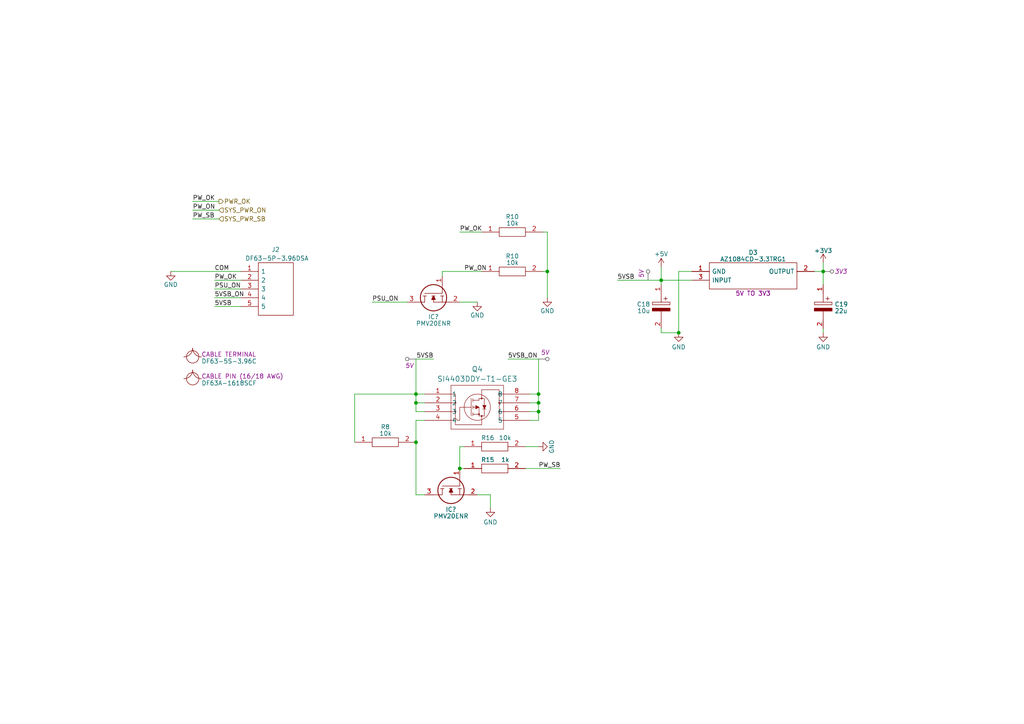
<source format=kicad_sch>
(kicad_sch
	(version 20231120)
	(generator "eeschema")
	(generator_version "8.0")
	(uuid "4592dd51-3979-443b-8e34-c04559a82405")
	(paper "A4")
	(title_block
		(title "Oro Link")
		(date "2024-06-09")
		(rev "7")
		(company "Oro Operating System")
		(comment 1 "://oro.sh")
		(comment 2 "Joshua Lee Junon")
	)
	(lib_symbols
		(symbol "Oro:BOM Part"
			(exclude_from_sim no)
			(in_bom yes)
			(on_board no)
			(property "Reference" "B"
				(at 0 0 0)
				(effects
					(font
						(size 1.27 1.27)
					)
				)
			)
			(property "Value" "BOM Part"
				(at 0 -2.54 0)
				(effects
					(font
						(size 1.27 1.27)
					)
				)
			)
			(property "Footprint" ""
				(at 0 0 0)
				(effects
					(font
						(size 1.27 1.27)
					)
					(hide yes)
				)
			)
			(property "Datasheet" ""
				(at 0 0 0)
				(effects
					(font
						(size 1.27 1.27)
					)
					(hide yes)
				)
			)
			(property "Description" ""
				(at 0 0 0)
				(effects
					(font
						(size 1.27 1.27)
					)
					(hide yes)
				)
			)
			(property "Sim.Enable" "0"
				(at 0 0 0)
				(effects
					(font
						(size 1.27 1.27)
					)
					(hide yes)
				)
			)
			(symbol "BOM Part_0_1"
				(arc
					(start -2.54 0)
					(mid -2.54 0)
					(end -2.54 0)
					(stroke
						(width 0)
						(type default)
					)
					(fill
						(type none)
					)
				)
				(arc
					(start -2.54 0)
					(mid -0.7439 0.7439)
					(end 0 2.54)
					(stroke
						(width 0)
						(type default)
					)
					(fill
						(type none)
					)
				)
				(circle
					(center 0 0)
					(radius 1.7961)
					(stroke
						(width 0)
						(type default)
					)
					(fill
						(type none)
					)
				)
				(arc
					(start 0 2.54)
					(mid 0.7439 0.7439)
					(end 2.54 0)
					(stroke
						(width 0)
						(type default)
					)
					(fill
						(type none)
					)
				)
			)
		)
		(symbol "Oro:SI4403DDY-T1-GE3"
			(pin_names
				(offset 0.254)
			)
			(exclude_from_sim no)
			(in_bom yes)
			(on_board yes)
			(property "Reference" "Q"
				(at 15.24 7.62 0)
				(effects
					(font
						(size 1.524 1.524)
					)
				)
			)
			(property "Value" "SI4403DDY-T1-GE3"
				(at 15.24 5.08 0)
				(effects
					(font
						(size 1.524 1.524)
					)
				)
			)
			(property "Footprint" "Oro:SO-8_MS-012_VIS"
				(at 0 0 0)
				(effects
					(font
						(size 1.27 1.27)
						(italic yes)
					)
					(hide yes)
				)
			)
			(property "Datasheet" "https://www.vishay.com/doc?70094"
				(at 0 0 0)
				(effects
					(font
						(size 1.27 1.27)
						(italic yes)
					)
					(hide yes)
				)
			)
			(property "Description" "P-CHANNEL 20-V (G-S) MOSFET"
				(at 0 0 0)
				(effects
					(font
						(size 1.27 1.27)
					)
					(hide yes)
				)
			)
			(property "DigiKey ID" "SI4403DDY-T1-GE3CT-ND"
				(at 0 -3 0)
				(effects
					(font
						(size 1.27 1.27)
						(italic yes)
					)
					(hide yes)
				)
			)
			(property "Arrow ID" "SI4403DDY-T1-GE3"
				(at 0 -3 0)
				(effects
					(font
						(size 1.27 1.27)
						(italic yes)
					)
					(hide yes)
				)
			)
			(property "Description_1" "P-CHANNEL 20-V (G-S) MOSFET"
				(at 0 -3 0)
				(effects
					(font
						(size 1.27 1.27)
						(italic yes)
					)
					(hide yes)
				)
			)
			(property "Mouser ID" "78-SI4403DDY-T1-GE3"
				(at 0 -3 0)
				(effects
					(font
						(size 1.27 1.27)
						(italic yes)
					)
					(hide yes)
				)
			)
			(property "Mfr. Name" "Vishay"
				(at 0 -3 0)
				(effects
					(font
						(size 1.27 1.27)
						(italic yes)
					)
					(hide yes)
				)
			)
			(property "Mfr. Number" "SI4403DDY-T1-GE3"
				(at 0 -3 0)
				(effects
					(font
						(size 1.27 1.27)
						(italic yes)
					)
					(hide yes)
				)
			)
			(property "Mouser URL" "https://www.mouser.de/ProductDetail/Vishay-Siliconix/SI4403DDY-T1-GE3?qs=5aG0NVq1C4xSXZgXSMhw1g%3D%3D&utm_source=octopart&utm_medium=aggregator&utm_campaign=78-SI4403DDY-T1-GE3&utm_content=Vishay"
				(at 0 -3 0)
				(effects
					(font
						(size 1.27 1.27)
						(italic yes)
					)
					(hide yes)
				)
			)
			(property "ki_locked" ""
				(at 0 0 0)
				(effects
					(font
						(size 1.27 1.27)
					)
				)
			)
			(property "ki_keywords" "SI4403DDY-T1-GE3"
				(at 0 0 0)
				(effects
					(font
						(size 1.27 1.27)
					)
					(hide yes)
				)
			)
			(property "ki_fp_filters" "SO-8_MS-012_VIS SO-8_MS-012_VIS-M SO-8_MS-012_VIS-L"
				(at 0 0 0)
				(effects
					(font
						(size 1.27 1.27)
					)
					(hide yes)
				)
			)
			(symbol "SI4403DDY-T1-GE3_0_1"
				(polyline
					(pts
						(xy 7.62 -10.16) (xy 22.86 -10.16)
					)
					(stroke
						(width 0.127)
						(type default)
					)
					(fill
						(type none)
					)
				)
				(polyline
					(pts
						(xy 7.62 -7.62) (xy 8.382 -7.62)
					)
					(stroke
						(width 0.127)
						(type default)
					)
					(fill
						(type none)
					)
				)
				(polyline
					(pts
						(xy 7.62 -5.08) (xy 8.89 -5.08)
					)
					(stroke
						(width 0.127)
						(type default)
					)
					(fill
						(type none)
					)
				)
				(polyline
					(pts
						(xy 7.62 -2.54) (xy 8.89 -2.54)
					)
					(stroke
						(width 0.127)
						(type default)
					)
					(fill
						(type none)
					)
				)
				(polyline
					(pts
						(xy 7.62 0) (xy 8.89 0)
					)
					(stroke
						(width 0.127)
						(type default)
					)
					(fill
						(type none)
					)
				)
				(polyline
					(pts
						(xy 7.62 2.54) (xy 7.62 -10.16)
					)
					(stroke
						(width 0.127)
						(type default)
					)
					(fill
						(type none)
					)
				)
				(polyline
					(pts
						(xy 8.89 -8.89) (xy 16.51 -8.89)
					)
					(stroke
						(width 0.127)
						(type default)
					)
					(fill
						(type none)
					)
				)
				(polyline
					(pts
						(xy 8.89 0) (xy 8.89 -8.89)
					)
					(stroke
						(width 0.127)
						(type default)
					)
					(fill
						(type none)
					)
				)
				(polyline
					(pts
						(xy 10.16 -7.62) (xy 9.398 -7.62)
					)
					(stroke
						(width 0.127)
						(type default)
					)
					(fill
						(type none)
					)
				)
				(polyline
					(pts
						(xy 10.16 -3.81) (xy 10.16 -7.62)
					)
					(stroke
						(width 0.127)
						(type default)
					)
					(fill
						(type none)
					)
				)
				(polyline
					(pts
						(xy 10.16 -3.81) (xy 13.462 -3.81)
					)
					(stroke
						(width 0.127)
						(type default)
					)
					(fill
						(type none)
					)
				)
				(polyline
					(pts
						(xy 13.462 -6.35) (xy 13.462 -1.27)
					)
					(stroke
						(width 0.127)
						(type default)
					)
					(fill
						(type none)
					)
				)
				(polyline
					(pts
						(xy 13.97 -6.35) (xy 13.97 -5.334)
					)
					(stroke
						(width 0.127)
						(type default)
					)
					(fill
						(type none)
					)
				)
				(polyline
					(pts
						(xy 13.97 -5.842) (xy 15.748 -5.842)
					)
					(stroke
						(width 0.127)
						(type default)
					)
					(fill
						(type none)
					)
				)
				(polyline
					(pts
						(xy 13.97 -4.318) (xy 13.97 -3.302)
					)
					(stroke
						(width 0.127)
						(type default)
					)
					(fill
						(type none)
					)
				)
				(polyline
					(pts
						(xy 13.97 -2.286) (xy 13.97 -1.27)
					)
					(stroke
						(width 0.127)
						(type default)
					)
					(fill
						(type none)
					)
				)
				(polyline
					(pts
						(xy 13.97 -1.778) (xy 15.748 -1.778)
					)
					(stroke
						(width 0.127)
						(type default)
					)
					(fill
						(type none)
					)
				)
				(polyline
					(pts
						(xy 14.732 -3.81) (xy 13.97 -3.81)
					)
					(stroke
						(width 0.127)
						(type default)
					)
					(fill
						(type none)
					)
				)
				(polyline
					(pts
						(xy 15.748 -6.35) (xy 15.748 -3.81)
					)
					(stroke
						(width 0.127)
						(type default)
					)
					(fill
						(type none)
					)
				)
				(polyline
					(pts
						(xy 15.748 -6.35) (xy 17.272 -6.35)
					)
					(stroke
						(width 0.127)
						(type default)
					)
					(fill
						(type none)
					)
				)
				(polyline
					(pts
						(xy 15.748 -1.778) (xy 15.748 -1.27)
					)
					(stroke
						(width 0.127)
						(type default)
					)
					(fill
						(type none)
					)
				)
				(polyline
					(pts
						(xy 15.748 -1.27) (xy 17.272 -1.27)
					)
					(stroke
						(width 0.127)
						(type default)
					)
					(fill
						(type none)
					)
				)
				(polyline
					(pts
						(xy 16.51 -8.89) (xy 16.51 -6.35)
					)
					(stroke
						(width 0.127)
						(type default)
					)
					(fill
						(type none)
					)
				)
				(polyline
					(pts
						(xy 16.51 1.27) (xy 16.51 -1.27)
					)
					(stroke
						(width 0.127)
						(type default)
					)
					(fill
						(type none)
					)
				)
				(polyline
					(pts
						(xy 16.764 -4.318) (xy 17.78 -4.318)
					)
					(stroke
						(width 0.127)
						(type default)
					)
					(fill
						(type none)
					)
				)
				(polyline
					(pts
						(xy 17.272 -6.35) (xy 17.272 -4.318)
					)
					(stroke
						(width 0.127)
						(type default)
					)
					(fill
						(type none)
					)
				)
				(polyline
					(pts
						(xy 17.272 -3.302) (xy 17.272 -1.27)
					)
					(stroke
						(width 0.127)
						(type default)
					)
					(fill
						(type none)
					)
				)
				(polyline
					(pts
						(xy 21.59 -7.62) (xy 21.59 1.27)
					)
					(stroke
						(width 0.127)
						(type default)
					)
					(fill
						(type none)
					)
				)
				(polyline
					(pts
						(xy 21.59 1.27) (xy 16.51 1.27)
					)
					(stroke
						(width 0.127)
						(type default)
					)
					(fill
						(type none)
					)
				)
				(polyline
					(pts
						(xy 22.86 -10.16) (xy 22.86 2.54)
					)
					(stroke
						(width 0.127)
						(type default)
					)
					(fill
						(type none)
					)
				)
				(polyline
					(pts
						(xy 22.86 -7.62) (xy 21.59 -7.62)
					)
					(stroke
						(width 0.127)
						(type default)
					)
					(fill
						(type none)
					)
				)
				(polyline
					(pts
						(xy 22.86 -5.08) (xy 21.59 -5.08)
					)
					(stroke
						(width 0.127)
						(type default)
					)
					(fill
						(type none)
					)
				)
				(polyline
					(pts
						(xy 22.86 -2.54) (xy 21.59 -2.54)
					)
					(stroke
						(width 0.127)
						(type default)
					)
					(fill
						(type none)
					)
				)
				(polyline
					(pts
						(xy 22.86 0) (xy 21.59 0)
					)
					(stroke
						(width 0.127)
						(type default)
					)
					(fill
						(type none)
					)
				)
				(polyline
					(pts
						(xy 22.86 2.54) (xy 7.62 2.54)
					)
					(stroke
						(width 0.127)
						(type default)
					)
					(fill
						(type none)
					)
				)
				(polyline
					(pts
						(xy 14.732 -4.318) (xy 15.748 -3.81) (xy 14.732 -3.302)
					)
					(stroke
						(width 0)
						(type default)
					)
					(fill
						(type outline)
					)
				)
				(polyline
					(pts
						(xy 16.764 -3.302) (xy 17.78 -3.302) (xy 17.272 -4.318)
					)
					(stroke
						(width 0)
						(type default)
					)
					(fill
						(type outline)
					)
				)
				(circle
					(center 8.89 -5.08)
					(radius 0.127)
					(stroke
						(width 0.254)
						(type default)
					)
					(fill
						(type none)
					)
				)
				(circle
					(center 8.89 -2.54)
					(radius 0.127)
					(stroke
						(width 0.254)
						(type default)
					)
					(fill
						(type none)
					)
				)
				(arc
					(start 9.398 -7.62)
					(mid 8.89 -7.1142)
					(end 8.382 -7.62)
					(stroke
						(width 0.127)
						(type default)
					)
					(fill
						(type none)
					)
				)
				(circle
					(center 15.24 -3.81)
					(radius 3.81)
					(stroke
						(width 0.127)
						(type default)
					)
					(fill
						(type none)
					)
				)
				(circle
					(center 15.748 -5.842)
					(radius 0.127)
					(stroke
						(width 0.254)
						(type default)
					)
					(fill
						(type none)
					)
				)
				(circle
					(center 16.51 -6.35)
					(radius 0.127)
					(stroke
						(width 0.254)
						(type default)
					)
					(fill
						(type none)
					)
				)
				(circle
					(center 16.51 -1.27)
					(radius 0.127)
					(stroke
						(width 0.254)
						(type default)
					)
					(fill
						(type none)
					)
				)
				(circle
					(center 21.59 -5.08)
					(radius 0.127)
					(stroke
						(width 0.254)
						(type default)
					)
					(fill
						(type none)
					)
				)
				(circle
					(center 21.59 -2.54)
					(radius 0.127)
					(stroke
						(width 0.254)
						(type default)
					)
					(fill
						(type none)
					)
				)
				(circle
					(center 21.59 0)
					(radius 0.127)
					(stroke
						(width 0.254)
						(type default)
					)
					(fill
						(type none)
					)
				)
				(pin unspecified line
					(at 0 0 0)
					(length 7.62)
					(name "1"
						(effects
							(font
								(size 1.27 1.27)
							)
						)
					)
					(number "1"
						(effects
							(font
								(size 1.27 1.27)
							)
						)
					)
				)
				(pin unspecified line
					(at 0 -2.54 0)
					(length 7.62)
					(name "2"
						(effects
							(font
								(size 1.27 1.27)
							)
						)
					)
					(number "2"
						(effects
							(font
								(size 1.27 1.27)
							)
						)
					)
				)
				(pin unspecified line
					(at 0 -5.08 0)
					(length 7.62)
					(name "3"
						(effects
							(font
								(size 1.27 1.27)
							)
						)
					)
					(number "3"
						(effects
							(font
								(size 1.27 1.27)
							)
						)
					)
				)
				(pin unspecified line
					(at 0 -7.62 0)
					(length 7.62)
					(name "4"
						(effects
							(font
								(size 1.27 1.27)
							)
						)
					)
					(number "4"
						(effects
							(font
								(size 1.27 1.27)
							)
						)
					)
				)
				(pin unspecified line
					(at 30.48 -7.62 180)
					(length 7.62)
					(name "5"
						(effects
							(font
								(size 1.27 1.27)
							)
						)
					)
					(number "5"
						(effects
							(font
								(size 1.27 1.27)
							)
						)
					)
				)
				(pin unspecified line
					(at 30.48 -5.08 180)
					(length 7.62)
					(name "6"
						(effects
							(font
								(size 1.27 1.27)
							)
						)
					)
					(number "6"
						(effects
							(font
								(size 1.27 1.27)
							)
						)
					)
				)
				(pin unspecified line
					(at 30.48 -2.54 180)
					(length 7.62)
					(name "7"
						(effects
							(font
								(size 1.27 1.27)
							)
						)
					)
					(number "7"
						(effects
							(font
								(size 1.27 1.27)
							)
						)
					)
				)
				(pin unspecified line
					(at 30.48 0 180)
					(length 7.62)
					(name "8"
						(effects
							(font
								(size 1.27 1.27)
							)
						)
					)
					(number "8"
						(effects
							(font
								(size 1.27 1.27)
							)
						)
					)
				)
			)
		)
		(symbol "SamacSys_Parts:AZ1084CD-3.3TRG1"
			(pin_names
				(offset 0.762)
			)
			(exclude_from_sim no)
			(in_bom yes)
			(on_board yes)
			(property "Reference" "D4"
				(at 17.78 5.4991 0)
				(effects
					(font
						(size 1.27 1.27)
					)
				)
			)
			(property "Value" "AZ1084CD-3.3TRG1"
				(at 17.78 3.5781 0)
				(effects
					(font
						(size 1.27 1.27)
					)
				)
			)
			(property "Footprint" "AZ1084CD33TRG1"
				(at 31.75 2.54 0)
				(effects
					(font
						(size 1.27 1.27)
					)
					(justify left)
					(hide yes)
				)
			)
			(property "Datasheet" "https://www.diodes.com/assets/Datasheets/AZ1084C.pdf"
				(at 31.75 0 0)
				(effects
					(font
						(size 1.27 1.27)
					)
					(justify left)
					(hide yes)
				)
			)
			(property "Description" "DiodesZetex AZ1084CD-3.3TRG1, LDO Voltage Regulator, 5A, 3.3 V, Maximum of 12 Vin, 3-Pin T0-252"
				(at 31.75 -2.54 0)
				(effects
					(font
						(size 1.27 1.27)
					)
					(justify left)
					(hide yes)
				)
			)
			(property "Height" "2.527"
				(at 31.75 -5.08 0)
				(effects
					(font
						(size 1.27 1.27)
					)
					(justify left)
					(hide yes)
				)
			)
			(property "Manufacturer_Name" "Diodes Inc."
				(at 31.75 -7.62 0)
				(effects
					(font
						(size 1.27 1.27)
					)
					(justify left)
					(hide yes)
				)
			)
			(property "Manufacturer_Part_Number" "AZ1084CD-3.3TRG1"
				(at 31.75 -10.16 0)
				(effects
					(font
						(size 1.27 1.27)
					)
					(justify left)
					(hide yes)
				)
			)
			(property "Mouser Part Number" "621-AZ1084CD-3.3TRG1"
				(at 31.75 -12.7 0)
				(effects
					(font
						(size 1.27 1.27)
					)
					(justify left)
					(hide yes)
				)
			)
			(property "Mouser Price/Stock" "https://www.mouser.co.uk/ProductDetail/Diodes-Incorporated/AZ1084CD-3.3TRG1?qs=FKu9oBikfSkIi2fxMEvJQA%3D%3D"
				(at 31.75 -15.24 0)
				(effects
					(font
						(size 1.27 1.27)
					)
					(justify left)
					(hide yes)
				)
			)
			(property "Arrow Part Number" "AZ1084CD-3.3TRG1"
				(at 31.75 -17.78 0)
				(effects
					(font
						(size 1.27 1.27)
					)
					(justify left)
					(hide yes)
				)
			)
			(property "Arrow Price/Stock" "https://www.arrow.com/en/products/az1084cd-3.3trg1/diodes-incorporated?region=nac"
				(at 31.75 -20.32 0)
				(effects
					(font
						(size 1.27 1.27)
					)
					(justify left)
					(hide yes)
				)
			)
			(symbol "AZ1084CD-3.3TRG1_0_0"
				(pin passive line
					(at 0 0 0)
					(length 5.08)
					(name "GND"
						(effects
							(font
								(size 1.27 1.27)
							)
						)
					)
					(number "1"
						(effects
							(font
								(size 1.27 1.27)
							)
						)
					)
				)
				(pin passive line
					(at 35.56 0 180)
					(length 5.08)
					(name "OUTPUT"
						(effects
							(font
								(size 1.27 1.27)
							)
						)
					)
					(number "2"
						(effects
							(font
								(size 1.27 1.27)
							)
						)
					)
				)
				(pin passive line
					(at 0 -2.54 0)
					(length 5.08)
					(name "INPUT"
						(effects
							(font
								(size 1.27 1.27)
							)
						)
					)
					(number "3"
						(effects
							(font
								(size 1.27 1.27)
							)
						)
					)
				)
			)
			(symbol "AZ1084CD-3.3TRG1_0_1"
				(polyline
					(pts
						(xy 5.08 2.54) (xy 30.48 2.54) (xy 30.48 -5.08) (xy 5.08 -5.08) (xy 5.08 2.54)
					)
					(stroke
						(width 0.1524)
						(type solid)
					)
					(fill
						(type none)
					)
				)
			)
		)
		(symbol "SamacSys_Parts:CSD13380F3T"
			(pin_names
				(offset 0.762)
			)
			(exclude_from_sim no)
			(in_bom yes)
			(on_board yes)
			(property "Reference" "Q"
				(at 11.43 3.81 0)
				(effects
					(font
						(size 1.27 1.27)
					)
					(justify left)
				)
			)
			(property "Value" "CSD13380F3T"
				(at 11.43 1.27 0)
				(effects
					(font
						(size 1.27 1.27)
					)
					(justify left)
				)
			)
			(property "Footprint" "CSD13380F3T"
				(at 11.43 -1.27 0)
				(effects
					(font
						(size 1.27 1.27)
					)
					(justify left)
					(hide yes)
				)
			)
			(property "Datasheet" "https://www.ti.com/lit/ds/symlink/csd13380f3.pdf?ts=1610053095577"
				(at 11.43 -3.81 0)
				(effects
					(font
						(size 1.27 1.27)
					)
					(justify left)
					(hide yes)
				)
			)
			(property "Description" "12V, N ch NexFET MOSFET, single LGA0.6x0.7, 76mOhm"
				(at 11.43 -6.35 0)
				(effects
					(font
						(size 1.27 1.27)
					)
					(justify left)
					(hide yes)
				)
			)
			(property "Height" "0.35"
				(at 11.43 -8.89 0)
				(effects
					(font
						(size 1.27 1.27)
					)
					(justify left)
					(hide yes)
				)
			)
			(property "Manufacturer_Name" "Texas Instruments"
				(at 11.43 -11.43 0)
				(effects
					(font
						(size 1.27 1.27)
					)
					(justify left)
					(hide yes)
				)
			)
			(property "Manufacturer_Part_Number" "CSD13380F3T"
				(at 11.43 -13.97 0)
				(effects
					(font
						(size 1.27 1.27)
					)
					(justify left)
					(hide yes)
				)
			)
			(property "Mouser Part Number" "595-CSD13380F3T"
				(at 11.43 -16.51 0)
				(effects
					(font
						(size 1.27 1.27)
					)
					(justify left)
					(hide yes)
				)
			)
			(property "Mouser Price/Stock" "https://www.mouser.co.uk/ProductDetail/Texas-Instruments/CSD13380F3T?qs=S8zVn2bBIh85Rpxp8sld8w%3D%3D"
				(at 11.43 -19.05 0)
				(effects
					(font
						(size 1.27 1.27)
					)
					(justify left)
					(hide yes)
				)
			)
			(property "Arrow Part Number" "CSD13380F3T"
				(at 11.43 -21.59 0)
				(effects
					(font
						(size 1.27 1.27)
					)
					(justify left)
					(hide yes)
				)
			)
			(property "Arrow Price/Stock" "https://www.arrow.com/en/products/csd13380f3t/texas-instruments"
				(at 11.43 -24.13 0)
				(effects
					(font
						(size 1.27 1.27)
					)
					(justify left)
					(hide yes)
				)
			)
			(property "Mouser Testing Part Number" ""
				(at 11.43 -26.67 0)
				(effects
					(font
						(size 1.27 1.27)
					)
					(justify left)
					(hide yes)
				)
			)
			(property "Mouser Testing Price/Stock" ""
				(at 11.43 -29.21 0)
				(effects
					(font
						(size 1.27 1.27)
					)
					(justify left)
					(hide yes)
				)
			)
			(symbol "CSD13380F3T_0_0"
				(pin passive line
					(at 0 0 0)
					(length 2.54)
					(name "~"
						(effects
							(font
								(size 1.27 1.27)
							)
						)
					)
					(number "1"
						(effects
							(font
								(size 1.27 1.27)
							)
						)
					)
				)
				(pin passive line
					(at 7.62 -5.08 90)
					(length 2.54)
					(name "~"
						(effects
							(font
								(size 1.27 1.27)
							)
						)
					)
					(number "2"
						(effects
							(font
								(size 1.27 1.27)
							)
						)
					)
				)
				(pin passive line
					(at 7.62 10.16 270)
					(length 2.54)
					(name "~"
						(effects
							(font
								(size 1.27 1.27)
							)
						)
					)
					(number "3"
						(effects
							(font
								(size 1.27 1.27)
							)
						)
					)
				)
			)
			(symbol "CSD13380F3T_0_1"
				(polyline
					(pts
						(xy 5.842 -0.508) (xy 5.842 0.508)
					)
					(stroke
						(width 0.1524)
						(type default)
					)
					(fill
						(type none)
					)
				)
				(polyline
					(pts
						(xy 5.842 0) (xy 7.62 0)
					)
					(stroke
						(width 0.1524)
						(type default)
					)
					(fill
						(type none)
					)
				)
				(polyline
					(pts
						(xy 5.842 2.032) (xy 5.842 3.048)
					)
					(stroke
						(width 0.1524)
						(type default)
					)
					(fill
						(type none)
					)
				)
				(polyline
					(pts
						(xy 5.842 5.588) (xy 5.842 4.572)
					)
					(stroke
						(width 0.1524)
						(type default)
					)
					(fill
						(type none)
					)
				)
				(polyline
					(pts
						(xy 7.62 2.54) (xy 5.842 2.54)
					)
					(stroke
						(width 0.1524)
						(type default)
					)
					(fill
						(type none)
					)
				)
				(polyline
					(pts
						(xy 7.62 2.54) (xy 7.62 -2.54)
					)
					(stroke
						(width 0.1524)
						(type default)
					)
					(fill
						(type none)
					)
				)
				(polyline
					(pts
						(xy 7.62 5.08) (xy 5.842 5.08)
					)
					(stroke
						(width 0.1524)
						(type default)
					)
					(fill
						(type none)
					)
				)
				(polyline
					(pts
						(xy 7.62 5.08) (xy 7.62 7.62)
					)
					(stroke
						(width 0.1524)
						(type default)
					)
					(fill
						(type none)
					)
				)
				(polyline
					(pts
						(xy 2.54 0) (xy 5.08 0) (xy 5.08 5.08)
					)
					(stroke
						(width 0.1524)
						(type default)
					)
					(fill
						(type none)
					)
				)
				(polyline
					(pts
						(xy 5.842 2.54) (xy 6.858 3.048) (xy 6.858 2.032) (xy 5.842 2.54)
					)
					(stroke
						(width 0.254)
						(type default)
					)
					(fill
						(type outline)
					)
				)
				(circle
					(center 6.35 2.54)
					(radius 3.81)
					(stroke
						(width 0.254)
						(type default)
					)
					(fill
						(type none)
					)
				)
			)
		)
		(symbol "SamacSys_Parts:DF63-5P-3.96DSA"
			(pin_names
				(offset 0.762)
			)
			(exclude_from_sim no)
			(in_bom yes)
			(on_board yes)
			(property "Reference" "J"
				(at 16.51 7.62 0)
				(effects
					(font
						(size 1.27 1.27)
					)
					(justify left)
				)
			)
			(property "Value" "DF63-5P-3.96DSA"
				(at 16.51 5.08 0)
				(effects
					(font
						(size 1.27 1.27)
					)
					(justify left)
				)
			)
			(property "Footprint" "DF635P396DSA"
				(at 16.51 2.54 0)
				(effects
					(font
						(size 1.27 1.27)
					)
					(justify left)
					(hide yes)
				)
			)
			(property "Datasheet" "https://www.hirose.com/en/product/document?clcode=CL0680-0506-7-00&productname=DF63-5P-3.96DSA&series=DF63&documenttype=2DDrawing&lang=en&documentid=0001002181"
				(at 16.51 0 0)
				(effects
					(font
						(size 1.27 1.27)
					)
					(justify left)
					(hide yes)
				)
			)
			(property "Description" "Power to the Board 3.96mm Pitch BtW 5P Strt Pin Hdr"
				(at 16.51 -2.54 0)
				(effects
					(font
						(size 1.27 1.27)
					)
					(justify left)
					(hide yes)
				)
			)
			(property "Height" "10.3"
				(at 16.51 -5.08 0)
				(effects
					(font
						(size 1.27 1.27)
					)
					(justify left)
					(hide yes)
				)
			)
			(property "Manufacturer_Name" "Hirose"
				(at 16.51 -7.62 0)
				(effects
					(font
						(size 1.27 1.27)
					)
					(justify left)
					(hide yes)
				)
			)
			(property "Manufacturer_Part_Number" "DF63-5P-3.96DSA"
				(at 16.51 -10.16 0)
				(effects
					(font
						(size 1.27 1.27)
					)
					(justify left)
					(hide yes)
				)
			)
			(property "Mouser Part Number" "798-DF63-5P-3.96DSA"
				(at 16.51 -12.7 0)
				(effects
					(font
						(size 1.27 1.27)
					)
					(justify left)
					(hide yes)
				)
			)
			(property "Mouser Price/Stock" "https://www.mouser.co.uk/ProductDetail/Hirose-Connector/DF63-5P-3.96DSA?qs=UCP3u9vqPhEEAcrjzprN4g%3D%3D"
				(at 16.51 -15.24 0)
				(effects
					(font
						(size 1.27 1.27)
					)
					(justify left)
					(hide yes)
				)
			)
			(property "Arrow Part Number" ""
				(at 16.51 -17.78 0)
				(effects
					(font
						(size 1.27 1.27)
					)
					(justify left)
					(hide yes)
				)
			)
			(property "Arrow Price/Stock" ""
				(at 16.51 -20.32 0)
				(effects
					(font
						(size 1.27 1.27)
					)
					(justify left)
					(hide yes)
				)
			)
			(symbol "DF63-5P-3.96DSA_0_0"
				(pin passive line
					(at 0 0 0)
					(length 5.08)
					(name "1"
						(effects
							(font
								(size 1.27 1.27)
							)
						)
					)
					(number "1"
						(effects
							(font
								(size 1.27 1.27)
							)
						)
					)
				)
				(pin passive line
					(at 0 -2.54 0)
					(length 5.08)
					(name "2"
						(effects
							(font
								(size 1.27 1.27)
							)
						)
					)
					(number "2"
						(effects
							(font
								(size 1.27 1.27)
							)
						)
					)
				)
				(pin passive line
					(at 0 -5.08 0)
					(length 5.08)
					(name "3"
						(effects
							(font
								(size 1.27 1.27)
							)
						)
					)
					(number "3"
						(effects
							(font
								(size 1.27 1.27)
							)
						)
					)
				)
				(pin passive line
					(at 0 -7.62 0)
					(length 5.08)
					(name "4"
						(effects
							(font
								(size 1.27 1.27)
							)
						)
					)
					(number "4"
						(effects
							(font
								(size 1.27 1.27)
							)
						)
					)
				)
				(pin passive line
					(at 0 -10.16 0)
					(length 5.08)
					(name "5"
						(effects
							(font
								(size 1.27 1.27)
							)
						)
					)
					(number "5"
						(effects
							(font
								(size 1.27 1.27)
							)
						)
					)
				)
			)
			(symbol "DF63-5P-3.96DSA_0_1"
				(polyline
					(pts
						(xy 5.08 2.54) (xy 15.24 2.54) (xy 15.24 -12.7) (xy 5.08 -12.7) (xy 5.08 2.54)
					)
					(stroke
						(width 0.1524)
						(type solid)
					)
					(fill
						(type none)
					)
				)
			)
		)
		(symbol "SamacSys_Parts:RK73H1ETTP1002F"
			(pin_names
				(offset 0.762)
			)
			(exclude_from_sim no)
			(in_bom yes)
			(on_board yes)
			(property "Reference" "R"
				(at 13.97 6.35 0)
				(effects
					(font
						(size 1.27 1.27)
					)
					(justify left)
				)
			)
			(property "Value" "RK73H1ETTP1002F"
				(at 13.97 3.81 0)
				(effects
					(font
						(size 1.27 1.27)
					)
					(justify left)
				)
			)
			(property "Footprint" "RESC1005X40N"
				(at 13.97 1.27 0)
				(effects
					(font
						(size 1.27 1.27)
					)
					(justify left)
					(hide yes)
				)
			)
			(property "Datasheet" "http://www.koaspeer.com/catimages/Products/RK73-RT/RK73-RT.pdf"
				(at 13.97 -1.27 0)
				(effects
					(font
						(size 1.27 1.27)
					)
					(justify left)
					(hide yes)
				)
			)
			(property "Description" "Resistor,ThickFilm1005,0.063W,10kohm"
				(at 13.97 -3.81 0)
				(effects
					(font
						(size 1.27 1.27)
					)
					(justify left)
					(hide yes)
				)
			)
			(property "Height" "0.4"
				(at 13.97 -6.35 0)
				(effects
					(font
						(size 1.27 1.27)
					)
					(justify left)
					(hide yes)
				)
			)
			(property "Manufacturer_Name" "KOA Speer"
				(at 13.97 -8.89 0)
				(effects
					(font
						(size 1.27 1.27)
					)
					(justify left)
					(hide yes)
				)
			)
			(property "Manufacturer_Part_Number" "RK73H1ETTP1002F"
				(at 13.97 -11.43 0)
				(effects
					(font
						(size 1.27 1.27)
					)
					(justify left)
					(hide yes)
				)
			)
			(property "Mouser Part Number" "660-RK73H1ETTP1002F"
				(at 13.97 -13.97 0)
				(effects
					(font
						(size 1.27 1.27)
					)
					(justify left)
					(hide yes)
				)
			)
			(property "Mouser Price/Stock" "https://www.mouser.co.uk/ProductDetail/KOA-Speer/RK73H1ETTP1002F?qs=uLfVlVfCHH2OZ4JTybrBPQ%3D%3D"
				(at 13.97 -16.51 0)
				(effects
					(font
						(size 1.27 1.27)
					)
					(justify left)
					(hide yes)
				)
			)
			(property "Arrow Part Number" "RK73H1ETTP1002F"
				(at 13.97 -19.05 0)
				(effects
					(font
						(size 1.27 1.27)
					)
					(justify left)
					(hide yes)
				)
			)
			(property "Arrow Price/Stock" "https://www.arrow.com/en/products/rk73h1ettp1002f/koa-speer-electronics?region=nac"
				(at 13.97 -21.59 0)
				(effects
					(font
						(size 1.27 1.27)
					)
					(justify left)
					(hide yes)
				)
			)
			(symbol "RK73H1ETTP1002F_0_0"
				(pin passive line
					(at 0 0 0)
					(length 5.08)
					(name "~"
						(effects
							(font
								(size 1.27 1.27)
							)
						)
					)
					(number "1"
						(effects
							(font
								(size 1.27 1.27)
							)
						)
					)
				)
				(pin passive line
					(at 17.78 0 180)
					(length 5.08)
					(name "~"
						(effects
							(font
								(size 1.27 1.27)
							)
						)
					)
					(number "2"
						(effects
							(font
								(size 1.27 1.27)
							)
						)
					)
				)
			)
			(symbol "RK73H1ETTP1002F_0_1"
				(polyline
					(pts
						(xy 5.08 1.27) (xy 12.7 1.27) (xy 12.7 -1.27) (xy 5.08 -1.27) (xy 5.08 1.27)
					)
					(stroke
						(width 0.1524)
						(type solid)
					)
					(fill
						(type none)
					)
				)
			)
		)
		(symbol "SamacSys_Parts:SG73P2ATTD102J"
			(pin_names
				(offset 0.762)
			)
			(exclude_from_sim no)
			(in_bom yes)
			(on_board yes)
			(property "Reference" "R"
				(at 13.97 6.35 0)
				(effects
					(font
						(size 1.27 1.27)
					)
					(justify left)
				)
			)
			(property "Value" "SG73P2ATTD102J"
				(at 13.97 3.81 0)
				(effects
					(font
						(size 1.27 1.27)
					)
					(justify left)
				)
			)
			(property "Footprint" "RESC2012X60N"
				(at 13.97 1.27 0)
				(effects
					(font
						(size 1.27 1.27)
					)
					(justify left)
					(hide yes)
				)
			)
			(property "Datasheet" "https://componentsearchengine.com/Datasheets/1/SG73P2ATTD102J.pdf"
				(at 13.97 -1.27 0)
				(effects
					(font
						(size 1.27 1.27)
					)
					(justify left)
					(hide yes)
				)
			)
			(property "Description" "Thick Film Resistors - SMD 0.25W 1Kohm 5% 200ppm Anti-Pulse"
				(at 13.97 -3.81 0)
				(effects
					(font
						(size 1.27 1.27)
					)
					(justify left)
					(hide yes)
				)
			)
			(property "Height" "0.6"
				(at 13.97 -6.35 0)
				(effects
					(font
						(size 1.27 1.27)
					)
					(justify left)
					(hide yes)
				)
			)
			(property "Manufacturer_Name" "KOA Speer"
				(at 13.97 -8.89 0)
				(effects
					(font
						(size 1.27 1.27)
					)
					(justify left)
					(hide yes)
				)
			)
			(property "Manufacturer_Part_Number" "SG73P2ATTD102J"
				(at 13.97 -11.43 0)
				(effects
					(font
						(size 1.27 1.27)
					)
					(justify left)
					(hide yes)
				)
			)
			(property "Mouser Part Number" "660-SG73P2ATTD102J"
				(at 13.97 -13.97 0)
				(effects
					(font
						(size 1.27 1.27)
					)
					(justify left)
					(hide yes)
				)
			)
			(property "Mouser Price/Stock" "https://www.mouser.com/Search/Refine.aspx?Keyword=660-SG73P2ATTD102J"
				(at 13.97 -16.51 0)
				(effects
					(font
						(size 1.27 1.27)
					)
					(justify left)
					(hide yes)
				)
			)
			(property "Arrow Part Number" ""
				(at 13.97 -19.05 0)
				(effects
					(font
						(size 1.27 1.27)
					)
					(justify left)
					(hide yes)
				)
			)
			(property "Arrow Price/Stock" ""
				(at 13.97 -21.59 0)
				(effects
					(font
						(size 1.27 1.27)
					)
					(justify left)
					(hide yes)
				)
			)
			(property "Mouser Testing Part Number" ""
				(at 13.97 -24.13 0)
				(effects
					(font
						(size 1.27 1.27)
					)
					(justify left)
					(hide yes)
				)
			)
			(property "Mouser Testing Price/Stock" ""
				(at 13.97 -26.67 0)
				(effects
					(font
						(size 1.27 1.27)
					)
					(justify left)
					(hide yes)
				)
			)
			(symbol "SG73P2ATTD102J_0_0"
				(pin passive line
					(at 0 0 0)
					(length 5.08)
					(name "~"
						(effects
							(font
								(size 1.27 1.27)
							)
						)
					)
					(number "1"
						(effects
							(font
								(size 1.27 1.27)
							)
						)
					)
				)
				(pin passive line
					(at 17.78 0 180)
					(length 5.08)
					(name "~"
						(effects
							(font
								(size 1.27 1.27)
							)
						)
					)
					(number "2"
						(effects
							(font
								(size 1.27 1.27)
							)
						)
					)
				)
			)
			(symbol "SG73P2ATTD102J_0_1"
				(polyline
					(pts
						(xy 5.08 1.27) (xy 12.7 1.27) (xy 12.7 -1.27) (xy 5.08 -1.27) (xy 5.08 1.27)
					)
					(stroke
						(width 0.1524)
						(type solid)
					)
					(fill
						(type none)
					)
				)
			)
		)
		(symbol "SamacSys_Parts:UCZ1H220MCL1GS"
			(pin_names
				(offset 0.762)
			)
			(exclude_from_sim no)
			(in_bom yes)
			(on_board yes)
			(property "Reference" "C"
				(at 8.89 6.35 0)
				(effects
					(font
						(size 1.27 1.27)
					)
					(justify left)
				)
			)
			(property "Value" "UCZ1H220MCL1GS"
				(at 8.89 3.81 0)
				(effects
					(font
						(size 1.27 1.27)
					)
					(justify left)
				)
			)
			(property "Footprint" "CAPAE660X800N"
				(at 8.89 1.27 0)
				(effects
					(font
						(size 1.27 1.27)
					)
					(justify left)
					(hide yes)
				)
			)
			(property "Datasheet" "https://www.nichicon.co.jp/english/products/pdfs/e-ucz.pdf"
				(at 8.89 -1.27 0)
				(effects
					(font
						(size 1.27 1.27)
					)
					(justify left)
					(hide yes)
				)
			)
			(property "Description" "Aluminum Electrolytic Capacitors - SMD 22uF 50 Volts 20% AEC-Q200"
				(at 8.89 -3.81 0)
				(effects
					(font
						(size 1.27 1.27)
					)
					(justify left)
					(hide yes)
				)
			)
			(property "Height" "8"
				(at 8.89 -6.35 0)
				(effects
					(font
						(size 1.27 1.27)
					)
					(justify left)
					(hide yes)
				)
			)
			(property "Manufacturer_Name" "Nichicon"
				(at 8.89 -8.89 0)
				(effects
					(font
						(size 1.27 1.27)
					)
					(justify left)
					(hide yes)
				)
			)
			(property "Manufacturer_Part_Number" "UCZ1H220MCL1GS"
				(at 8.89 -11.43 0)
				(effects
					(font
						(size 1.27 1.27)
					)
					(justify left)
					(hide yes)
				)
			)
			(property "Mouser Part Number" "647-UCZ1H220MCL1GS"
				(at 8.89 -13.97 0)
				(effects
					(font
						(size 1.27 1.27)
					)
					(justify left)
					(hide yes)
				)
			)
			(property "Mouser Price/Stock" "https://www.mouser.com/Search/Refine.aspx?Keyword=647-UCZ1H220MCL1GS"
				(at 8.89 -16.51 0)
				(effects
					(font
						(size 1.27 1.27)
					)
					(justify left)
					(hide yes)
				)
			)
			(property "Arrow Part Number" ""
				(at 8.89 -19.05 0)
				(effects
					(font
						(size 1.27 1.27)
					)
					(justify left)
					(hide yes)
				)
			)
			(property "Arrow Price/Stock" ""
				(at 8.89 -21.59 0)
				(effects
					(font
						(size 1.27 1.27)
					)
					(justify left)
					(hide yes)
				)
			)
			(symbol "UCZ1H220MCL1GS_0_0"
				(pin passive line
					(at 0 0 0)
					(length 2.54)
					(name "~"
						(effects
							(font
								(size 1.27 1.27)
							)
						)
					)
					(number "1"
						(effects
							(font
								(size 1.27 1.27)
							)
						)
					)
				)
				(pin passive line
					(at 12.7 0 180)
					(length 2.54)
					(name "~"
						(effects
							(font
								(size 1.27 1.27)
							)
						)
					)
					(number "2"
						(effects
							(font
								(size 1.27 1.27)
							)
						)
					)
				)
			)
			(symbol "UCZ1H220MCL1GS_0_1"
				(polyline
					(pts
						(xy 2.54 0) (xy 5.08 0)
					)
					(stroke
						(width 0.1524)
						(type solid)
					)
					(fill
						(type none)
					)
				)
				(polyline
					(pts
						(xy 4.064 1.778) (xy 4.064 0.762)
					)
					(stroke
						(width 0.1524)
						(type solid)
					)
					(fill
						(type none)
					)
				)
				(polyline
					(pts
						(xy 4.572 1.27) (xy 3.556 1.27)
					)
					(stroke
						(width 0.1524)
						(type solid)
					)
					(fill
						(type none)
					)
				)
				(polyline
					(pts
						(xy 7.62 0) (xy 10.16 0)
					)
					(stroke
						(width 0.1524)
						(type solid)
					)
					(fill
						(type none)
					)
				)
				(polyline
					(pts
						(xy 5.08 2.54) (xy 5.08 -2.54) (xy 5.842 -2.54) (xy 5.842 2.54) (xy 5.08 2.54)
					)
					(stroke
						(width 0.1524)
						(type solid)
					)
					(fill
						(type none)
					)
				)
				(polyline
					(pts
						(xy 7.62 2.54) (xy 7.62 -2.54) (xy 6.858 -2.54) (xy 6.858 2.54) (xy 7.62 2.54)
					)
					(stroke
						(width 0.254)
						(type solid)
					)
					(fill
						(type outline)
					)
				)
			)
		)
		(symbol "SamacSys_Parts:VZT100M1HTR-0406"
			(pin_names
				(offset 0.762)
			)
			(exclude_from_sim no)
			(in_bom yes)
			(on_board yes)
			(property "Reference" "C"
				(at 8.89 6.35 0)
				(effects
					(font
						(size 1.27 1.27)
					)
					(justify left)
				)
			)
			(property "Value" "VZT100M1HTR-0406"
				(at 8.89 3.81 0)
				(effects
					(font
						(size 1.27 1.27)
					)
					(justify left)
				)
			)
			(property "Footprint" "CAPAE430X610N"
				(at 8.89 1.27 0)
				(effects
					(font
						(size 1.27 1.27)
					)
					(justify left)
					(hide yes)
				)
			)
			(property "Datasheet" "https://www.mouser.co.uk/datasheet/2/231/156315576075-1624351.pdf"
				(at 8.89 -1.27 0)
				(effects
					(font
						(size 1.27 1.27)
					)
					(justify left)
					(hide yes)
				)
			)
			(property "Description" "Aluminum Electrolytic Capacitors - SMD 10uF 20% 50V Ultra Low ESR"
				(at 8.89 -3.81 0)
				(effects
					(font
						(size 1.27 1.27)
					)
					(justify left)
					(hide yes)
				)
			)
			(property "Height" "6.1"
				(at 8.89 -6.35 0)
				(effects
					(font
						(size 1.27 1.27)
					)
					(justify left)
					(hide yes)
				)
			)
			(property "Manufacturer_Name" "Lelon"
				(at 8.89 -8.89 0)
				(effects
					(font
						(size 1.27 1.27)
					)
					(justify left)
					(hide yes)
				)
			)
			(property "Manufacturer_Part_Number" "VZT100M1HTR-0406"
				(at 8.89 -11.43 0)
				(effects
					(font
						(size 1.27 1.27)
					)
					(justify left)
					(hide yes)
				)
			)
			(property "Mouser Part Number" "140-VZT100M1HTR-0406"
				(at 8.89 -13.97 0)
				(effects
					(font
						(size 1.27 1.27)
					)
					(justify left)
					(hide yes)
				)
			)
			(property "Mouser Price/Stock" "https://www.mouser.co.uk/ProductDetail/Lelon/VZT100M1HTR-0406?qs=mQP6vorrPAcP1%252BjIAgEecA%3D%3D"
				(at 8.89 -16.51 0)
				(effects
					(font
						(size 1.27 1.27)
					)
					(justify left)
					(hide yes)
				)
			)
			(property "Arrow Part Number" ""
				(at 8.89 -19.05 0)
				(effects
					(font
						(size 1.27 1.27)
					)
					(justify left)
					(hide yes)
				)
			)
			(property "Arrow Price/Stock" ""
				(at 8.89 -21.59 0)
				(effects
					(font
						(size 1.27 1.27)
					)
					(justify left)
					(hide yes)
				)
			)
			(symbol "VZT100M1HTR-0406_0_0"
				(pin passive line
					(at 0 0 0)
					(length 2.54)
					(name "~"
						(effects
							(font
								(size 1.27 1.27)
							)
						)
					)
					(number "1"
						(effects
							(font
								(size 1.27 1.27)
							)
						)
					)
				)
				(pin passive line
					(at 12.7 0 180)
					(length 2.54)
					(name "~"
						(effects
							(font
								(size 1.27 1.27)
							)
						)
					)
					(number "2"
						(effects
							(font
								(size 1.27 1.27)
							)
						)
					)
				)
			)
			(symbol "VZT100M1HTR-0406_0_1"
				(polyline
					(pts
						(xy 2.54 0) (xy 5.08 0)
					)
					(stroke
						(width 0.1524)
						(type solid)
					)
					(fill
						(type none)
					)
				)
				(polyline
					(pts
						(xy 4.064 1.778) (xy 4.064 0.762)
					)
					(stroke
						(width 0.1524)
						(type solid)
					)
					(fill
						(type none)
					)
				)
				(polyline
					(pts
						(xy 4.572 1.27) (xy 3.556 1.27)
					)
					(stroke
						(width 0.1524)
						(type solid)
					)
					(fill
						(type none)
					)
				)
				(polyline
					(pts
						(xy 7.62 0) (xy 10.16 0)
					)
					(stroke
						(width 0.1524)
						(type solid)
					)
					(fill
						(type none)
					)
				)
				(polyline
					(pts
						(xy 5.08 2.54) (xy 5.08 -2.54) (xy 5.842 -2.54) (xy 5.842 2.54) (xy 5.08 2.54)
					)
					(stroke
						(width 0.1524)
						(type solid)
					)
					(fill
						(type none)
					)
				)
				(polyline
					(pts
						(xy 7.62 2.54) (xy 7.62 -2.54) (xy 6.858 -2.54) (xy 6.858 2.54) (xy 7.62 2.54)
					)
					(stroke
						(width 0.254)
						(type solid)
					)
					(fill
						(type outline)
					)
				)
			)
		)
		(symbol "power:+3V3"
			(power)
			(pin_names
				(offset 0)
			)
			(exclude_from_sim no)
			(in_bom yes)
			(on_board yes)
			(property "Reference" "#PWR"
				(at 0 -3.81 0)
				(effects
					(font
						(size 1.27 1.27)
					)
					(hide yes)
				)
			)
			(property "Value" "+3V3"
				(at 0 3.556 0)
				(effects
					(font
						(size 1.27 1.27)
					)
				)
			)
			(property "Footprint" ""
				(at 0 0 0)
				(effects
					(font
						(size 1.27 1.27)
					)
					(hide yes)
				)
			)
			(property "Datasheet" ""
				(at 0 0 0)
				(effects
					(font
						(size 1.27 1.27)
					)
					(hide yes)
				)
			)
			(property "Description" "Power symbol creates a global label with name \"+3V3\""
				(at 0 0 0)
				(effects
					(font
						(size 1.27 1.27)
					)
					(hide yes)
				)
			)
			(property "ki_keywords" "global power"
				(at 0 0 0)
				(effects
					(font
						(size 1.27 1.27)
					)
					(hide yes)
				)
			)
			(symbol "+3V3_0_1"
				(polyline
					(pts
						(xy -0.762 1.27) (xy 0 2.54)
					)
					(stroke
						(width 0)
						(type default)
					)
					(fill
						(type none)
					)
				)
				(polyline
					(pts
						(xy 0 0) (xy 0 2.54)
					)
					(stroke
						(width 0)
						(type default)
					)
					(fill
						(type none)
					)
				)
				(polyline
					(pts
						(xy 0 2.54) (xy 0.762 1.27)
					)
					(stroke
						(width 0)
						(type default)
					)
					(fill
						(type none)
					)
				)
			)
			(symbol "+3V3_1_1"
				(pin power_in line
					(at 0 0 90)
					(length 0) hide
					(name "+3V3"
						(effects
							(font
								(size 1.27 1.27)
							)
						)
					)
					(number "1"
						(effects
							(font
								(size 1.27 1.27)
							)
						)
					)
				)
			)
		)
		(symbol "power:+5V"
			(power)
			(pin_names
				(offset 0)
			)
			(exclude_from_sim no)
			(in_bom yes)
			(on_board yes)
			(property "Reference" "#PWR"
				(at 0 -3.81 0)
				(effects
					(font
						(size 1.27 1.27)
					)
					(hide yes)
				)
			)
			(property "Value" "+5V"
				(at 0 3.556 0)
				(effects
					(font
						(size 1.27 1.27)
					)
				)
			)
			(property "Footprint" ""
				(at 0 0 0)
				(effects
					(font
						(size 1.27 1.27)
					)
					(hide yes)
				)
			)
			(property "Datasheet" ""
				(at 0 0 0)
				(effects
					(font
						(size 1.27 1.27)
					)
					(hide yes)
				)
			)
			(property "Description" "Power symbol creates a global label with name \"+5V\""
				(at 0 0 0)
				(effects
					(font
						(size 1.27 1.27)
					)
					(hide yes)
				)
			)
			(property "ki_keywords" "global power"
				(at 0 0 0)
				(effects
					(font
						(size 1.27 1.27)
					)
					(hide yes)
				)
			)
			(symbol "+5V_0_1"
				(polyline
					(pts
						(xy -0.762 1.27) (xy 0 2.54)
					)
					(stroke
						(width 0)
						(type default)
					)
					(fill
						(type none)
					)
				)
				(polyline
					(pts
						(xy 0 0) (xy 0 2.54)
					)
					(stroke
						(width 0)
						(type default)
					)
					(fill
						(type none)
					)
				)
				(polyline
					(pts
						(xy 0 2.54) (xy 0.762 1.27)
					)
					(stroke
						(width 0)
						(type default)
					)
					(fill
						(type none)
					)
				)
			)
			(symbol "+5V_1_1"
				(pin power_in line
					(at 0 0 90)
					(length 0) hide
					(name "+5V"
						(effects
							(font
								(size 1.27 1.27)
							)
						)
					)
					(number "1"
						(effects
							(font
								(size 1.27 1.27)
							)
						)
					)
				)
			)
		)
		(symbol "power:GND"
			(power)
			(pin_names
				(offset 0)
			)
			(exclude_from_sim no)
			(in_bom yes)
			(on_board yes)
			(property "Reference" "#PWR"
				(at 0 -6.35 0)
				(effects
					(font
						(size 1.27 1.27)
					)
					(hide yes)
				)
			)
			(property "Value" "GND"
				(at 0 -3.81 0)
				(effects
					(font
						(size 1.27 1.27)
					)
				)
			)
			(property "Footprint" ""
				(at 0 0 0)
				(effects
					(font
						(size 1.27 1.27)
					)
					(hide yes)
				)
			)
			(property "Datasheet" ""
				(at 0 0 0)
				(effects
					(font
						(size 1.27 1.27)
					)
					(hide yes)
				)
			)
			(property "Description" "Power symbol creates a global label with name \"GND\" , ground"
				(at 0 0 0)
				(effects
					(font
						(size 1.27 1.27)
					)
					(hide yes)
				)
			)
			(property "ki_keywords" "global power"
				(at 0 0 0)
				(effects
					(font
						(size 1.27 1.27)
					)
					(hide yes)
				)
			)
			(symbol "GND_0_1"
				(polyline
					(pts
						(xy 0 0) (xy 0 -1.27) (xy 1.27 -1.27) (xy 0 -2.54) (xy -1.27 -1.27) (xy 0 -1.27)
					)
					(stroke
						(width 0)
						(type default)
					)
					(fill
						(type none)
					)
				)
			)
			(symbol "GND_1_1"
				(pin power_in line
					(at 0 0 270)
					(length 0) hide
					(name "GND"
						(effects
							(font
								(size 1.27 1.27)
							)
						)
					)
					(number "1"
						(effects
							(font
								(size 1.27 1.27)
							)
						)
					)
				)
			)
		)
	)
	(junction
		(at 156.21 119.38)
		(diameter 0)
		(color 0 0 0 0)
		(uuid "16e1a5a0-daff-4873-bf38-e793214658ec")
	)
	(junction
		(at 158.75 78.74)
		(diameter 0)
		(color 0 0 0 0)
		(uuid "6d5de1c5-3148-4248-8841-955eed6c9f57")
	)
	(junction
		(at 120.65 114.3)
		(diameter 0)
		(color 0 0 0 0)
		(uuid "77902715-952f-4f49-b9c3-fa1a6827eded")
	)
	(junction
		(at 120.65 128.27)
		(diameter 0)
		(color 0 0 0 0)
		(uuid "7ad44a19-48e5-4389-9e37-9df5f43eafac")
	)
	(junction
		(at 196.85 96.52)
		(diameter 0)
		(color 0 0 0 0)
		(uuid "7fec471a-1741-4cc5-8b7c-fcd787ff1594")
	)
	(junction
		(at 238.76 78.74)
		(diameter 0)
		(color 0 0 0 0)
		(uuid "9665ae34-79c5-497e-8e0f-bf5b841d17bd")
	)
	(junction
		(at 156.21 116.84)
		(diameter 0)
		(color 0 0 0 0)
		(uuid "970f554f-ffae-4f80-b555-4a301b959146")
	)
	(junction
		(at 133.35 135.89)
		(diameter 0)
		(color 0 0 0 0)
		(uuid "9e705b87-4006-4677-8fa7-f283fcb72e02")
	)
	(junction
		(at 156.21 114.3)
		(diameter 0)
		(color 0 0 0 0)
		(uuid "d969405b-2d1e-4e5a-a88c-e3b1c69525a6")
	)
	(junction
		(at 120.65 116.84)
		(diameter 0)
		(color 0 0 0 0)
		(uuid "e0b6957a-47af-4fe9-ac9a-9ad697a58a59")
	)
	(junction
		(at 191.77 81.28)
		(diameter 0)
		(color 0 0 0 0)
		(uuid "e8145060-d57c-4552-a274-314d511f2639")
	)
	(wire
		(pts
			(xy 120.65 128.27) (xy 120.65 121.92)
		)
		(stroke
			(width 0)
			(type default)
		)
		(uuid "0202c4ac-943e-4316-ae6b-bc198f9915c3")
	)
	(wire
		(pts
			(xy 191.77 77.47) (xy 191.77 81.28)
		)
		(stroke
			(width 0)
			(type default)
		)
		(uuid "0ab2aaa4-108e-46c2-8e15-73ad396edb04")
	)
	(wire
		(pts
			(xy 156.21 119.38) (xy 156.21 116.84)
		)
		(stroke
			(width 0)
			(type default)
		)
		(uuid "15082de9-f6a2-4cc9-b509-12936ff1a089")
	)
	(wire
		(pts
			(xy 123.19 119.38) (xy 120.65 119.38)
		)
		(stroke
			(width 0)
			(type default)
		)
		(uuid "17ffadcd-c657-4ac5-94b7-fe7aec3c46ab")
	)
	(wire
		(pts
			(xy 120.65 114.3) (xy 123.19 114.3)
		)
		(stroke
			(width 0)
			(type default)
		)
		(uuid "19f2f005-4995-43a2-92ea-da604739f0d9")
	)
	(wire
		(pts
			(xy 63.5 63.5) (xy 55.88 63.5)
		)
		(stroke
			(width 0)
			(type default)
		)
		(uuid "1c4ec8e9-63cf-4acf-9a35-032b9f0ffee9")
	)
	(wire
		(pts
			(xy 128.27 78.74) (xy 139.7 78.74)
		)
		(stroke
			(width 0)
			(type default)
		)
		(uuid "2448e7f0-87ce-4887-b614-8e44d5411754")
	)
	(wire
		(pts
			(xy 69.85 83.82) (xy 62.23 83.82)
		)
		(stroke
			(width 0)
			(type default)
		)
		(uuid "2beb8c20-fe57-4404-bcd6-6e465e80a94b")
	)
	(wire
		(pts
			(xy 191.77 96.52) (xy 196.85 96.52)
		)
		(stroke
			(width 0)
			(type default)
		)
		(uuid "2e1085e6-056d-488c-90f2-9365c328d3f7")
	)
	(wire
		(pts
			(xy 156.21 121.92) (xy 156.21 119.38)
		)
		(stroke
			(width 0)
			(type default)
		)
		(uuid "35c734c9-ea42-44c2-9035-a7e372548670")
	)
	(wire
		(pts
			(xy 238.76 76.2) (xy 238.76 78.74)
		)
		(stroke
			(width 0)
			(type default)
		)
		(uuid "44253baf-09e0-48cf-bec2-490560deb72e")
	)
	(wire
		(pts
			(xy 191.77 81.28) (xy 191.77 82.55)
		)
		(stroke
			(width 0)
			(type default)
		)
		(uuid "4520b92d-248a-4b1e-98c9-79e993e2345b")
	)
	(wire
		(pts
			(xy 138.43 143.51) (xy 142.24 143.51)
		)
		(stroke
			(width 0)
			(type default)
		)
		(uuid "4adbbdc7-9ae5-4c0a-8584-7462ce6a58fd")
	)
	(wire
		(pts
			(xy 62.23 81.28) (xy 69.85 81.28)
		)
		(stroke
			(width 0)
			(type default)
		)
		(uuid "4e1f26ff-33f1-4ce6-a366-e388b2731843")
	)
	(wire
		(pts
			(xy 156.21 114.3) (xy 153.67 114.3)
		)
		(stroke
			(width 0)
			(type default)
		)
		(uuid "5f3953c0-64e3-421f-a2e9-c1ae18a58eb7")
	)
	(wire
		(pts
			(xy 238.76 82.55) (xy 238.76 78.74)
		)
		(stroke
			(width 0)
			(type default)
		)
		(uuid "6244ac7a-cb26-4815-9d4f-970ebcc6c69c")
	)
	(wire
		(pts
			(xy 120.65 121.92) (xy 123.19 121.92)
		)
		(stroke
			(width 0)
			(type default)
		)
		(uuid "6c93e09b-961f-42c1-b23a-210aef483f6d")
	)
	(wire
		(pts
			(xy 156.21 104.14) (xy 156.21 114.3)
		)
		(stroke
			(width 0)
			(type default)
		)
		(uuid "6e549e44-cc5c-4e4a-924b-9ed3ac5f7d30")
	)
	(wire
		(pts
			(xy 120.65 143.51) (xy 123.19 143.51)
		)
		(stroke
			(width 0)
			(type default)
		)
		(uuid "767e4abd-019c-4a85-8a65-b30aa41011ab")
	)
	(wire
		(pts
			(xy 200.66 78.74) (xy 196.85 78.74)
		)
		(stroke
			(width 0)
			(type default)
		)
		(uuid "79ad9b3b-d73c-4a96-9cf0-bb449e60eb5c")
	)
	(wire
		(pts
			(xy 138.43 87.63) (xy 133.35 87.63)
		)
		(stroke
			(width 0)
			(type default)
		)
		(uuid "7b25b9fd-a0a0-4de9-ab63-0b25f4033858")
	)
	(wire
		(pts
			(xy 191.77 81.28) (xy 200.66 81.28)
		)
		(stroke
			(width 0)
			(type default)
		)
		(uuid "7d771901-daf4-4f40-bca4-56ce8d866f08")
	)
	(wire
		(pts
			(xy 153.67 121.92) (xy 156.21 121.92)
		)
		(stroke
			(width 0)
			(type default)
		)
		(uuid "89daab74-6c09-4d69-9328-bde187837c1b")
	)
	(wire
		(pts
			(xy 157.48 78.74) (xy 158.75 78.74)
		)
		(stroke
			(width 0)
			(type default)
		)
		(uuid "8ace72dc-d4f1-42be-a1e2-c037e02a152e")
	)
	(wire
		(pts
			(xy 63.5 60.96) (xy 55.88 60.96)
		)
		(stroke
			(width 0)
			(type default)
		)
		(uuid "8ec853ed-8216-470a-9648-283a8fdbb9f1")
	)
	(wire
		(pts
			(xy 158.75 67.31) (xy 158.75 78.74)
		)
		(stroke
			(width 0)
			(type default)
		)
		(uuid "92657d79-543c-497c-a2d1-20496f7b9fc9")
	)
	(wire
		(pts
			(xy 196.85 78.74) (xy 196.85 96.52)
		)
		(stroke
			(width 0)
			(type default)
		)
		(uuid "92d6a21a-7cfc-4f47-9f19-3f51262bd512")
	)
	(wire
		(pts
			(xy 153.67 116.84) (xy 156.21 116.84)
		)
		(stroke
			(width 0)
			(type default)
		)
		(uuid "948db1be-0c73-421b-a8bc-015e4c87ed4f")
	)
	(wire
		(pts
			(xy 142.24 143.51) (xy 142.24 147.32)
		)
		(stroke
			(width 0)
			(type default)
		)
		(uuid "9599af29-d38a-4a02-8582-35f23f77d7dc")
	)
	(wire
		(pts
			(xy 63.5 58.42) (xy 55.88 58.42)
		)
		(stroke
			(width 0)
			(type default)
		)
		(uuid "9b3ce4f1-8203-4d89-9ca6-343c2e0c8739")
	)
	(wire
		(pts
			(xy 120.65 143.51) (xy 120.65 128.27)
		)
		(stroke
			(width 0)
			(type default)
		)
		(uuid "9c711d8b-ab18-4f3e-813f-522fe3987e56")
	)
	(wire
		(pts
			(xy 49.53 78.74) (xy 69.85 78.74)
		)
		(stroke
			(width 0)
			(type default)
		)
		(uuid "9dbf88f3-ce4b-469f-95f1-926f3802f74b")
	)
	(wire
		(pts
			(xy 120.65 104.14) (xy 120.65 114.3)
		)
		(stroke
			(width 0)
			(type default)
		)
		(uuid "9ff64e50-eb7c-4fee-822e-e01020feef7a")
	)
	(wire
		(pts
			(xy 120.65 116.84) (xy 120.65 114.3)
		)
		(stroke
			(width 0)
			(type default)
		)
		(uuid "a9e5a5ee-f87d-48d6-9c52-178bd340ee6d")
	)
	(wire
		(pts
			(xy 236.22 78.74) (xy 238.76 78.74)
		)
		(stroke
			(width 0)
			(type default)
		)
		(uuid "b20692cb-9e2f-4278-85d3-b958f6694c8f")
	)
	(wire
		(pts
			(xy 120.65 116.84) (xy 123.19 116.84)
		)
		(stroke
			(width 0)
			(type default)
		)
		(uuid "b56efe92-0ec7-45f8-84a8-da8e7c6e5a7d")
	)
	(wire
		(pts
			(xy 156.21 116.84) (xy 156.21 114.3)
		)
		(stroke
			(width 0)
			(type default)
		)
		(uuid "b779f2f8-6795-43cf-9333-e6f546efa610")
	)
	(wire
		(pts
			(xy 152.4 135.89) (xy 162.56 135.89)
		)
		(stroke
			(width 0)
			(type default)
		)
		(uuid "ba3897b4-3e66-490c-88bc-b194f27ce9e9")
	)
	(wire
		(pts
			(xy 69.85 86.36) (xy 62.23 86.36)
		)
		(stroke
			(width 0)
			(type default)
		)
		(uuid "ba9b0461-0a5f-4613-8429-e5b3eb14640c")
	)
	(wire
		(pts
			(xy 179.07 81.28) (xy 191.77 81.28)
		)
		(stroke
			(width 0)
			(type default)
		)
		(uuid "bf656e90-2844-4bbd-adf5-92838d01be87")
	)
	(wire
		(pts
			(xy 157.48 67.31) (xy 158.75 67.31)
		)
		(stroke
			(width 0)
			(type default)
		)
		(uuid "c155e991-6f41-4704-9e97-bdd25498c677")
	)
	(wire
		(pts
			(xy 191.77 95.25) (xy 191.77 96.52)
		)
		(stroke
			(width 0)
			(type default)
		)
		(uuid "c3985526-c700-41ab-a8be-155fd45e8fb2")
	)
	(wire
		(pts
			(xy 128.27 78.74) (xy 128.27 80.01)
		)
		(stroke
			(width 0)
			(type default)
		)
		(uuid "c42eedc5-7dd5-42f3-b997-f8bcda0bb534")
	)
	(wire
		(pts
			(xy 158.75 78.74) (xy 158.75 86.36)
		)
		(stroke
			(width 0)
			(type default)
		)
		(uuid "c87bdf5c-72f0-4569-90de-c351e846688e")
	)
	(wire
		(pts
			(xy 107.95 87.63) (xy 118.11 87.63)
		)
		(stroke
			(width 0)
			(type default)
		)
		(uuid "caea77a6-d347-467e-9319-598ac3002d2c")
	)
	(wire
		(pts
			(xy 133.35 129.54) (xy 133.35 135.89)
		)
		(stroke
			(width 0)
			(type default)
		)
		(uuid "cf4bf57c-8d5f-40e1-bf69-e69b23a41f4f")
	)
	(wire
		(pts
			(xy 120.65 104.14) (xy 125.73 104.14)
		)
		(stroke
			(width 0)
			(type default)
		)
		(uuid "db341ff0-5279-4996-9de0-913c5bb1ad15")
	)
	(wire
		(pts
			(xy 133.35 135.89) (xy 134.62 135.89)
		)
		(stroke
			(width 0)
			(type default)
		)
		(uuid "ddd657fc-aed2-4d33-9b9e-b6be2c3d5eb6")
	)
	(wire
		(pts
			(xy 134.62 129.54) (xy 133.35 129.54)
		)
		(stroke
			(width 0)
			(type default)
		)
		(uuid "df75ad90-6a44-4092-89c8-0c99563d6856")
	)
	(wire
		(pts
			(xy 102.87 128.27) (xy 102.87 114.3)
		)
		(stroke
			(width 0)
			(type default)
		)
		(uuid "e3de54df-0854-49c8-94a7-233565f9e163")
	)
	(wire
		(pts
			(xy 102.87 114.3) (xy 120.65 114.3)
		)
		(stroke
			(width 0)
			(type default)
		)
		(uuid "e774b3ba-6f93-464d-82d9-0038485ca654")
	)
	(wire
		(pts
			(xy 152.4 129.54) (xy 156.21 129.54)
		)
		(stroke
			(width 0)
			(type default)
		)
		(uuid "e8a29517-2dd7-40d3-b172-9835cf6c2854")
	)
	(wire
		(pts
			(xy 238.76 95.25) (xy 238.76 96.52)
		)
		(stroke
			(width 0)
			(type default)
		)
		(uuid "ee719661-4859-4657-aca3-48f770e52291")
	)
	(wire
		(pts
			(xy 147.32 104.14) (xy 156.21 104.14)
		)
		(stroke
			(width 0)
			(type default)
		)
		(uuid "ef763fe1-f7b1-4147-a3a9-4bfb2b2f5d38")
	)
	(wire
		(pts
			(xy 62.23 88.9) (xy 69.85 88.9)
		)
		(stroke
			(width 0)
			(type default)
		)
		(uuid "f01bc35f-ab31-4092-96b3-8f1b3f322e37")
	)
	(wire
		(pts
			(xy 153.67 119.38) (xy 156.21 119.38)
		)
		(stroke
			(width 0)
			(type default)
		)
		(uuid "f482aebe-88d6-4ae7-87fd-dee7e062dde7")
	)
	(wire
		(pts
			(xy 133.35 67.31) (xy 139.7 67.31)
		)
		(stroke
			(width 0)
			(type default)
		)
		(uuid "f616be45-a597-4d6c-8917-3687b745b507")
	)
	(wire
		(pts
			(xy 120.65 119.38) (xy 120.65 116.84)
		)
		(stroke
			(width 0)
			(type default)
		)
		(uuid "fcbb943a-0309-4e11-910f-331801816fd4")
	)
	(label "PSU_ON"
		(at 107.95 87.63 0)
		(fields_autoplaced yes)
		(effects
			(font
				(size 1.27 1.27)
			)
			(justify left bottom)
		)
		(uuid "0b8707ad-2ad3-4d08-b8ee-c148bb9442a2")
	)
	(label "PW_OK"
		(at 55.88 58.42 0)
		(fields_autoplaced yes)
		(effects
			(font
				(size 1.27 1.27)
			)
			(justify left bottom)
		)
		(uuid "14818f4a-71d7-42b6-bfc1-b0786c754b92")
	)
	(label "5VSB_ON"
		(at 147.32 104.14 0)
		(fields_autoplaced yes)
		(effects
			(font
				(size 1.27 1.27)
			)
			(justify left bottom)
		)
		(uuid "431b246d-5d6a-430b-9c61-a9e613cf89f3")
	)
	(label "PSU_ON"
		(at 62.23 83.82 0)
		(fields_autoplaced yes)
		(effects
			(font
				(size 1.27 1.27)
			)
			(justify left bottom)
		)
		(uuid "4b6f6dec-dcd3-474c-a78e-3e79d95d0c8c")
	)
	(label "5VSB"
		(at 125.73 104.14 180)
		(fields_autoplaced yes)
		(effects
			(font
				(size 1.27 1.27)
			)
			(justify right bottom)
		)
		(uuid "58a13d31-3ecb-4283-a7a7-358da8fd3163")
	)
	(label "PW_ON"
		(at 134.62 78.74 0)
		(fields_autoplaced yes)
		(effects
			(font
				(size 1.27 1.27)
			)
			(justify left bottom)
		)
		(uuid "5ec83e5c-3605-4fe8-a38b-5a20895d0472")
	)
	(label "5VSB_ON"
		(at 62.23 86.36 0)
		(fields_autoplaced yes)
		(effects
			(font
				(size 1.27 1.27)
			)
			(justify left bottom)
		)
		(uuid "5fabf7a9-b7fa-4a12-a97b-f3affef65ea1")
	)
	(label "5VSB"
		(at 179.07 81.28 0)
		(fields_autoplaced yes)
		(effects
			(font
				(size 1.27 1.27)
			)
			(justify left bottom)
		)
		(uuid "7302cf78-7edc-49ec-95e4-6e2be317f879")
	)
	(label "COM"
		(at 62.23 78.74 0)
		(fields_autoplaced yes)
		(effects
			(font
				(size 1.27 1.27)
			)
			(justify left bottom)
		)
		(uuid "73af070f-d9dc-49dd-b92c-d0756ec94bce")
	)
	(label "PW_OK"
		(at 133.35 67.31 0)
		(fields_autoplaced yes)
		(effects
			(font
				(size 1.27 1.27)
			)
			(justify left bottom)
		)
		(uuid "821e703a-a059-4361-a61e-244b818515da")
	)
	(label "PW_OK"
		(at 62.23 81.28 0)
		(fields_autoplaced yes)
		(effects
			(font
				(size 1.27 1.27)
			)
			(justify left bottom)
		)
		(uuid "845c37ac-e053-4e88-a323-0515a97229e7")
	)
	(label "PW_SB"
		(at 55.88 63.5 0)
		(fields_autoplaced yes)
		(effects
			(font
				(size 1.27 1.27)
			)
			(justify left bottom)
		)
		(uuid "8d66d197-1d46-4f06-9280-68e01ecaf082")
	)
	(label "PW_SB"
		(at 162.56 135.89 180)
		(fields_autoplaced yes)
		(effects
			(font
				(size 1.27 1.27)
			)
			(justify right bottom)
		)
		(uuid "a74eebe8-f6a9-4c2f-acc7-46f2dc93ee83")
	)
	(label "5VSB"
		(at 62.23 88.9 0)
		(fields_autoplaced yes)
		(effects
			(font
				(size 1.27 1.27)
			)
			(justify left bottom)
		)
		(uuid "e3b67d7b-5195-4e2f-9056-4f9e02c1049a")
	)
	(label "PW_ON"
		(at 55.88 60.96 0)
		(fields_autoplaced yes)
		(effects
			(font
				(size 1.27 1.27)
			)
			(justify left bottom)
		)
		(uuid "e6131590-efd1-4ef9-846f-0fe3affe1984")
	)
	(hierarchical_label "PWR_OK"
		(shape output)
		(at 63.5 58.42 0)
		(fields_autoplaced yes)
		(effects
			(font
				(size 1.27 1.27)
			)
			(justify left)
		)
		(uuid "73325011-bebe-4774-8544-780af7e0dd7e")
	)
	(hierarchical_label "SYS_PWR_ON"
		(shape input)
		(at 63.5 60.96 0)
		(fields_autoplaced yes)
		(effects
			(font
				(size 1.27 1.27)
			)
			(justify left)
		)
		(uuid "a08e0175-c6ca-4a74-a310-176ca32a3b2e")
	)
	(hierarchical_label "SYS_PWR_SB"
		(shape input)
		(at 63.5 63.5 0)
		(fields_autoplaced yes)
		(effects
			(font
				(size 1.27 1.27)
			)
			(justify left)
		)
		(uuid "c5970f04-e9d7-4340-8e28-d38aafb44e07")
	)
	(netclass_flag ""
		(length 2.54)
		(shape round)
		(at 120.65 104.14 90)
		(effects
			(font
				(size 1.27 1.27)
			)
			(justify left bottom)
		)
		(uuid "123d33de-5277-4520-bf95-fa4ec331a442")
		(property "Netclass" "5V"
			(at 120.015 106.045 0)
			(effects
				(font
					(size 1.27 1.27)
					(italic yes)
				)
				(justify right)
			)
		)
	)
	(netclass_flag ""
		(length 2.54)
		(shape round)
		(at 156.21 104.14 270)
		(effects
			(font
				(size 1.27 1.27)
			)
			(justify right bottom)
		)
		(uuid "5f3815e0-3946-4dfe-849d-0d9f9bed7e51")
		(property "Netclass" "5V"
			(at 156.845 102.235 0)
			(effects
				(font
					(size 1.27 1.27)
					(italic yes)
				)
				(justify left)
			)
		)
	)
	(netclass_flag ""
		(length 2.54)
		(shape round)
		(at 238.76 78.74 270)
		(effects
			(font
				(size 1.27 1.27)
			)
			(justify right bottom)
		)
		(uuid "c885f2ff-8b5d-4e27-86f8-cc26370ca547")
		(property "Netclass" "3V3"
			(at 245.745 78.74 0)
			(effects
				(font
					(size 1.27 1.27)
					(italic yes)
				)
				(justify right)
			)
		)
	)
	(netclass_flag ""
		(length 2.54)
		(shape round)
		(at 187.96 81.28 0)
		(effects
			(font
				(size 1.27 1.27)
			)
			(justify left bottom)
		)
		(uuid "fbcd3dc2-bdb4-4440-9448-5cc003604e07")
		(property "Netclass" "5V"
			(at 186.055 80.645 90)
			(effects
				(font
					(size 1.27 1.27)
					(italic yes)
				)
				(justify left)
			)
		)
	)
	(symbol
		(lib_id "power:GND")
		(at 142.24 147.32 0)
		(unit 1)
		(exclude_from_sim no)
		(in_bom yes)
		(on_board yes)
		(dnp no)
		(fields_autoplaced yes)
		(uuid "1ab844a8-7ea5-48a6-a701-83c6c001e658")
		(property "Reference" "#PWR079"
			(at 142.24 153.67 0)
			(effects
				(font
					(size 1.27 1.27)
				)
				(hide yes)
			)
		)
		(property "Value" "GND"
			(at 142.24 151.4555 0)
			(effects
				(font
					(size 1.27 1.27)
				)
			)
		)
		(property "Footprint" ""
			(at 142.24 147.32 0)
			(effects
				(font
					(size 1.27 1.27)
				)
				(hide yes)
			)
		)
		(property "Datasheet" ""
			(at 142.24 147.32 0)
			(effects
				(font
					(size 1.27 1.27)
				)
				(hide yes)
			)
		)
		(property "Description" ""
			(at 142.24 147.32 0)
			(effects
				(font
					(size 1.27 1.27)
				)
				(hide yes)
			)
		)
		(pin "1"
			(uuid "bf485a5a-5414-4f7a-a6f1-c2ea48719caf")
		)
		(instances
			(project "OroLink"
				(path "/e89dcd22-1250-4a5b-b778-1c95a0dd623d/f955395e-bf1a-4ef3-9cfe-ec9d49f66988"
					(reference "#PWR079")
					(unit 1)
				)
			)
		)
	)
	(symbol
		(lib_id "SamacSys_Parts:RK73H1ETTP1002F")
		(at 134.62 129.54 0)
		(unit 1)
		(exclude_from_sim no)
		(in_bom yes)
		(on_board yes)
		(dnp no)
		(uuid "1ac10afb-bebf-4926-80f0-81e2b204b1ae")
		(property "Reference" "R16"
			(at 141.478 127 0)
			(effects
				(font
					(size 1.27 1.27)
				)
			)
		)
		(property "Value" "10k"
			(at 148.336 127 0)
			(effects
				(font
					(size 1.27 1.27)
				)
				(justify right)
			)
		)
		(property "Footprint" "RESC1005X40N"
			(at 148.59 128.27 0)
			(effects
				(font
					(size 1.27 1.27)
				)
				(justify left)
				(hide yes)
			)
		)
		(property "Datasheet" "http://www.koaspeer.com/catimages/Products/RK73-RT/RK73-RT.pdf"
			(at 148.59 130.81 0)
			(effects
				(font
					(size 1.27 1.27)
				)
				(justify left)
				(hide yes)
			)
		)
		(property "Description" "Resistor,ThickFilm1005,0.063W,10kohm"
			(at 148.59 133.35 0)
			(effects
				(font
					(size 1.27 1.27)
				)
				(justify left)
				(hide yes)
			)
		)
		(property "Height" "0.4"
			(at 148.59 135.89 0)
			(effects
				(font
					(size 1.27 1.27)
				)
				(justify left)
				(hide yes)
			)
		)
		(property "Manufacturer_Name" "KOA Speer"
			(at 148.59 138.43 0)
			(effects
				(font
					(size 1.27 1.27)
				)
				(justify left)
				(hide yes)
			)
		)
		(property "Manufacturer_Part_Number" "RK73H1ETTP1002F"
			(at 148.59 140.97 0)
			(effects
				(font
					(size 1.27 1.27)
				)
				(justify left)
				(hide yes)
			)
		)
		(property "Mouser Part Number" "660-RK73H1ETTP1002F"
			(at 148.59 143.51 0)
			(effects
				(font
					(size 1.27 1.27)
				)
				(justify left)
				(hide yes)
			)
		)
		(property "Mouser Price/Stock" "https://www.mouser.co.uk/ProductDetail/KOA-Speer/RK73H1ETTP1002F?qs=uLfVlVfCHH2OZ4JTybrBPQ%3D%3D"
			(at 148.59 146.05 0)
			(effects
				(font
					(size 1.27 1.27)
				)
				(justify left)
				(hide yes)
			)
		)
		(property "Arrow Part Number" "RK73H1ETTP1002F"
			(at 148.59 148.59 0)
			(effects
				(font
					(size 1.27 1.27)
				)
				(justify left)
				(hide yes)
			)
		)
		(property "Arrow Price/Stock" "https://www.arrow.com/en/products/rk73h1ettp1002f/koa-speer-electronics?region=nac"
			(at 148.59 151.13 0)
			(effects
				(font
					(size 1.27 1.27)
				)
				(justify left)
				(hide yes)
			)
		)
		(property "Mouser Testing Part Number" ""
			(at 148.59 153.67 0)
			(effects
				(font
					(size 1.27 1.27)
				)
				(justify left)
				(hide yes)
			)
		)
		(property "Mouser Testing Price/Stock" ""
			(at 148.59 156.21 0)
			(effects
				(font
					(size 1.27 1.27)
				)
				(justify left)
				(hide yes)
			)
		)
		(pin "1"
			(uuid "cd121784-97a4-4ed1-a2b8-565936b7b482")
		)
		(pin "2"
			(uuid "fc223f00-3757-44ec-90c1-d95e50320621")
		)
		(instances
			(project "OroLink"
				(path "/e89dcd22-1250-4a5b-b778-1c95a0dd623d/f955395e-bf1a-4ef3-9cfe-ec9d49f66988"
					(reference "R16")
					(unit 1)
				)
			)
		)
	)
	(symbol
		(lib_id "power:GND")
		(at 238.76 96.52 0)
		(unit 1)
		(exclude_from_sim no)
		(in_bom yes)
		(on_board yes)
		(dnp no)
		(fields_autoplaced yes)
		(uuid "1eb5416f-c158-4265-9cd9-75c1e460e24a")
		(property "Reference" "#PWR025"
			(at 238.76 102.87 0)
			(effects
				(font
					(size 1.27 1.27)
				)
				(hide yes)
			)
		)
		(property "Value" "GND"
			(at 238.76 100.6555 0)
			(effects
				(font
					(size 1.27 1.27)
				)
			)
		)
		(property "Footprint" ""
			(at 238.76 96.52 0)
			(effects
				(font
					(size 1.27 1.27)
				)
				(hide yes)
			)
		)
		(property "Datasheet" ""
			(at 238.76 96.52 0)
			(effects
				(font
					(size 1.27 1.27)
				)
				(hide yes)
			)
		)
		(property "Description" ""
			(at 238.76 96.52 0)
			(effects
				(font
					(size 1.27 1.27)
				)
				(hide yes)
			)
		)
		(pin "1"
			(uuid "80f14e73-b8c7-43b1-aaad-de3e51bda2f7")
		)
		(instances
			(project "OroLink"
				(path "/e89dcd22-1250-4a5b-b778-1c95a0dd623d/f955395e-bf1a-4ef3-9cfe-ec9d49f66988"
					(reference "#PWR025")
					(unit 1)
				)
			)
		)
	)
	(symbol
		(lib_id "SamacSys_Parts:AZ1084CD-3.3TRG1")
		(at 200.66 78.74 0)
		(unit 1)
		(exclude_from_sim no)
		(in_bom yes)
		(on_board yes)
		(dnp no)
		(uuid "1f54be72-08f0-4927-ba74-c99d826ebbfc")
		(property "Reference" "D3"
			(at 218.44 73.2409 0)
			(effects
				(font
					(size 1.27 1.27)
				)
			)
		)
		(property "Value" "AZ1084CD-3.3TRG1"
			(at 218.44 75.1619 0)
			(effects
				(font
					(size 1.27 1.27)
				)
			)
		)
		(property "Footprint" "AZ1084CD33TRG1"
			(at 232.41 76.2 0)
			(effects
				(font
					(size 1.27 1.27)
				)
				(justify left)
				(hide yes)
			)
		)
		(property "Datasheet" "https://www.diodes.com/assets/Datasheets/AZ1084C.pdf"
			(at 232.41 78.74 0)
			(effects
				(font
					(size 1.27 1.27)
				)
				(justify left)
				(hide yes)
			)
		)
		(property "Description" "DiodesZetex AZ1084CD-3.3TRG1, LDO Voltage Regulator, 5A, 3.3 V, Maximum of 12 Vin, 3-Pin T0-252"
			(at 232.41 81.28 0)
			(effects
				(font
					(size 1.27 1.27)
				)
				(justify left)
				(hide yes)
			)
		)
		(property "Height" "2.527"
			(at 232.41 83.82 0)
			(effects
				(font
					(size 1.27 1.27)
				)
				(justify left)
				(hide yes)
			)
		)
		(property "Manufacturer_Name" "Diodes Inc."
			(at 232.41 86.36 0)
			(effects
				(font
					(size 1.27 1.27)
				)
				(justify left)
				(hide yes)
			)
		)
		(property "Manufacturer_Part_Number" "AZ1084CD-3.3TRG1"
			(at 232.41 88.9 0)
			(effects
				(font
					(size 1.27 1.27)
				)
				(justify left)
				(hide yes)
			)
		)
		(property "Mouser Part Number" "621-AZ1084CD-3.3TRG1"
			(at 232.41 91.44 0)
			(effects
				(font
					(size 1.27 1.27)
				)
				(justify left)
				(hide yes)
			)
		)
		(property "Mouser Price/Stock" "https://www.mouser.co.uk/ProductDetail/Diodes-Incorporated/AZ1084CD-3.3TRG1?qs=FKu9oBikfSkIi2fxMEvJQA%3D%3D"
			(at 232.41 93.98 0)
			(effects
				(font
					(size 1.27 1.27)
				)
				(justify left)
				(hide yes)
			)
		)
		(property "Arrow Part Number" "AZ1084CD-3.3TRG1"
			(at 232.41 96.52 0)
			(effects
				(font
					(size 1.27 1.27)
				)
				(justify left)
				(hide yes)
			)
		)
		(property "Arrow Price/Stock" "https://www.arrow.com/en/products/az1084cd-3.3trg1/diodes-incorporated?region=nac"
			(at 232.41 99.06 0)
			(effects
				(font
					(size 1.27 1.27)
				)
				(justify left)
				(hide yes)
			)
		)
		(property "Note" "5V TO 3V3"
			(at 218.44 85.09 0)
			(effects
				(font
					(size 1.27 1.27)
				)
			)
		)
		(pin "1"
			(uuid "060b0f72-1fee-4640-b504-a3ab070aa0ae")
		)
		(pin "2"
			(uuid "b42e10a1-5d1d-4d63-afe7-84c097da889f")
		)
		(pin "3"
			(uuid "72d1ef14-3c08-40e8-a0dc-8cfd7b085657")
		)
		(instances
			(project "OroLink"
				(path "/e89dcd22-1250-4a5b-b778-1c95a0dd623d/f955395e-bf1a-4ef3-9cfe-ec9d49f66988"
					(reference "D3")
					(unit 1)
				)
			)
		)
	)
	(symbol
		(lib_id "SamacSys_Parts:RK73H1ETTP1002F")
		(at 139.7 67.31 0)
		(unit 1)
		(exclude_from_sim no)
		(in_bom yes)
		(on_board yes)
		(dnp no)
		(uuid "229193c8-ec8d-442a-a5d1-4eb613fef850")
		(property "Reference" "R10"
			(at 148.59 62.865 0)
			(effects
				(font
					(size 1.27 1.27)
				)
			)
		)
		(property "Value" "10k"
			(at 150.495 64.77 0)
			(effects
				(font
					(size 1.27 1.27)
				)
				(justify right)
			)
		)
		(property "Footprint" "RESC1005X40N"
			(at 153.67 66.04 0)
			(effects
				(font
					(size 1.27 1.27)
				)
				(justify left)
				(hide yes)
			)
		)
		(property "Datasheet" "http://www.koaspeer.com/catimages/Products/RK73-RT/RK73-RT.pdf"
			(at 153.67 68.58 0)
			(effects
				(font
					(size 1.27 1.27)
				)
				(justify left)
				(hide yes)
			)
		)
		(property "Description" "Resistor,ThickFilm1005,0.063W,10kohm"
			(at 153.67 71.12 0)
			(effects
				(font
					(size 1.27 1.27)
				)
				(justify left)
				(hide yes)
			)
		)
		(property "Height" "0.4"
			(at 153.67 73.66 0)
			(effects
				(font
					(size 1.27 1.27)
				)
				(justify left)
				(hide yes)
			)
		)
		(property "Manufacturer_Name" "KOA Speer"
			(at 153.67 76.2 0)
			(effects
				(font
					(size 1.27 1.27)
				)
				(justify left)
				(hide yes)
			)
		)
		(property "Manufacturer_Part_Number" "RK73H1ETTP1002F"
			(at 153.67 78.74 0)
			(effects
				(font
					(size 1.27 1.27)
				)
				(justify left)
				(hide yes)
			)
		)
		(property "Mouser Part Number" "660-RK73H1ETTP1002F"
			(at 153.67 81.28 0)
			(effects
				(font
					(size 1.27 1.27)
				)
				(justify left)
				(hide yes)
			)
		)
		(property "Mouser Price/Stock" "https://www.mouser.co.uk/ProductDetail/KOA-Speer/RK73H1ETTP1002F?qs=uLfVlVfCHH2OZ4JTybrBPQ%3D%3D"
			(at 153.67 83.82 0)
			(effects
				(font
					(size 1.27 1.27)
				)
				(justify left)
				(hide yes)
			)
		)
		(property "Arrow Part Number" "RK73H1ETTP1002F"
			(at 153.67 86.36 0)
			(effects
				(font
					(size 1.27 1.27)
				)
				(justify left)
				(hide yes)
			)
		)
		(property "Arrow Price/Stock" "https://www.arrow.com/en/products/rk73h1ettp1002f/koa-speer-electronics?region=nac"
			(at 153.67 88.9 0)
			(effects
				(font
					(size 1.27 1.27)
				)
				(justify left)
				(hide yes)
			)
		)
		(property "Mouser Testing Part Number" ""
			(at 153.67 91.44 0)
			(effects
				(font
					(size 1.27 1.27)
				)
				(justify left)
				(hide yes)
			)
		)
		(property "Mouser Testing Price/Stock" ""
			(at 153.67 93.98 0)
			(effects
				(font
					(size 1.27 1.27)
				)
				(justify left)
				(hide yes)
			)
		)
		(pin "1"
			(uuid "f51fd909-63aa-4f58-83b4-5bbbf63930c5")
		)
		(pin "2"
			(uuid "bfba0cd5-a286-4f43-875f-dce0d5f8cd1c")
		)
		(instances
			(project "Oro Testbed v2"
				(path "/3d0fc623-63eb-45e5-a304-e470d9b3a173"
					(reference "R10")
					(unit 1)
				)
				(path "/3d0fc623-63eb-45e5-a304-e470d9b3a173/7310340d-2c15-4c32-b17d-f4923dae9f8e"
					(reference "R8")
					(unit 1)
				)
			)
			(project "OroLink"
				(path "/e89dcd22-1250-4a5b-b778-1c95a0dd623d/f955395e-bf1a-4ef3-9cfe-ec9d49f66988"
					(reference "R7")
					(unit 1)
				)
			)
		)
	)
	(symbol
		(lib_id "SamacSys_Parts:CSD13380F3T")
		(at 128.27 80.01 90)
		(mirror x)
		(unit 1)
		(exclude_from_sim no)
		(in_bom yes)
		(on_board yes)
		(dnp no)
		(fields_autoplaced yes)
		(uuid "2dcc39dd-2cdd-4dd2-8e44-3943155eef7c")
		(property "Reference" "IC?"
			(at 125.73 91.8925 90)
			(effects
				(font
					(size 1.27 1.27)
				)
			)
		)
		(property "Value" "PMV20ENR"
			(at 125.73 93.8135 90)
			(effects
				(font
					(size 1.27 1.27)
				)
			)
		)
		(property "Footprint" "SamacSys_Parts:SOT95P230X110-3N"
			(at 125.73 96.52 0)
			(effects
				(font
					(size 1.27 1.27)
				)
				(justify left)
				(hide yes)
			)
		)
		(property "Datasheet" "https://assets.nexperia.com/documents/data-sheet/PMV20EN.pdf"
			(at 128.27 96.52 0)
			(effects
				(font
					(size 1.27 1.27)
				)
				(justify left)
				(hide yes)
			)
		)
		(property "Description" "MOSFET 30V N-channel Trench MOSFET"
			(at 130.81 96.52 0)
			(effects
				(font
					(size 1.27 1.27)
				)
				(justify left)
				(hide yes)
			)
		)
		(property "Height" "1.1"
			(at 133.35 96.52 0)
			(effects
				(font
					(size 1.27 1.27)
				)
				(justify left)
				(hide yes)
			)
		)
		(property "Manufacturer_Name" "Nexperia"
			(at 135.89 96.52 0)
			(effects
				(font
					(size 1.27 1.27)
				)
				(justify left)
				(hide yes)
			)
		)
		(property "Manufacturer_Part_Number" "PMV20ENR"
			(at 138.43 96.52 0)
			(effects
				(font
					(size 1.27 1.27)
				)
				(justify left)
				(hide yes)
			)
		)
		(property "Mouser Part Number" "771-PMV20ENR"
			(at 140.97 96.52 0)
			(effects
				(font
					(size 1.27 1.27)
				)
				(justify left)
				(hide yes)
			)
		)
		(property "Mouser Price/Stock" "https://www.mouser.co.uk/ProductDetail/Nexperia/PMV20ENR?qs=sV%252BQJnSpgu%2FSnnW%252BQ4V7GA%3D%3D"
			(at 143.51 96.52 0)
			(effects
				(font
					(size 1.27 1.27)
				)
				(justify left)
				(hide yes)
			)
		)
		(property "Arrow Part Number" "PMV20ENR"
			(at 146.05 96.52 0)
			(effects
				(font
					(size 1.27 1.27)
				)
				(justify left)
				(hide yes)
			)
		)
		(property "Arrow Price/Stock" "https://www.arrow.com/en/products/pmv20enr/nexperia?region=nac"
			(at 148.59 96.52 0)
			(effects
				(font
					(size 1.27 1.27)
				)
				(justify left)
				(hide yes)
			)
		)
		(property "Mouser Testing Part Number" ""
			(at 151.13 96.52 0)
			(effects
				(font
					(size 1.27 1.27)
				)
				(justify left)
				(hide yes)
			)
		)
		(property "Mouser Testing Price/Stock" ""
			(at 153.67 96.52 0)
			(effects
				(font
					(size 1.27 1.27)
				)
				(justify left)
				(hide yes)
			)
		)
		(pin "1"
			(uuid "b375045e-6f78-4cb4-822c-c812055569c9")
		)
		(pin "2"
			(uuid "a90224e4-f8ed-4f9f-aea4-0626bc8355dc")
		)
		(pin "3"
			(uuid "075aecff-c739-458b-8d9b-52b2716f4c1a")
		)
		(instances
			(project "Oro Testbed v2"
				(path "/3d0fc623-63eb-45e5-a304-e470d9b3a173"
					(reference "IC?")
					(unit 1)
				)
				(path "/3d0fc623-63eb-45e5-a304-e470d9b3a173/62e8cddc-1c26-4fab-8954-689e69f767da"
					(reference "IC22")
					(unit 1)
				)
			)
			(project "OroLink"
				(path "/e89dcd22-1250-4a5b-b778-1c95a0dd623d/f955395e-bf1a-4ef3-9cfe-ec9d49f66988"
					(reference "Q1")
					(unit 1)
				)
			)
		)
	)
	(symbol
		(lib_id "SamacSys_Parts:RK73H1ETTP1002F")
		(at 139.7 78.74 0)
		(unit 1)
		(exclude_from_sim no)
		(in_bom yes)
		(on_board yes)
		(dnp no)
		(uuid "346c7b89-fd64-430d-9939-170117310df2")
		(property "Reference" "R10"
			(at 148.59 74.295 0)
			(effects
				(font
					(size 1.27 1.27)
				)
			)
		)
		(property "Value" "10k"
			(at 150.495 76.2 0)
			(effects
				(font
					(size 1.27 1.27)
				)
				(justify right)
			)
		)
		(property "Footprint" "RESC1005X40N"
			(at 153.67 77.47 0)
			(effects
				(font
					(size 1.27 1.27)
				)
				(justify left)
				(hide yes)
			)
		)
		(property "Datasheet" "http://www.koaspeer.com/catimages/Products/RK73-RT/RK73-RT.pdf"
			(at 153.67 80.01 0)
			(effects
				(font
					(size 1.27 1.27)
				)
				(justify left)
				(hide yes)
			)
		)
		(property "Description" "Resistor,ThickFilm1005,0.063W,10kohm"
			(at 153.67 82.55 0)
			(effects
				(font
					(size 1.27 1.27)
				)
				(justify left)
				(hide yes)
			)
		)
		(property "Height" "0.4"
			(at 153.67 85.09 0)
			(effects
				(font
					(size 1.27 1.27)
				)
				(justify left)
				(hide yes)
			)
		)
		(property "Manufacturer_Name" "KOA Speer"
			(at 153.67 87.63 0)
			(effects
				(font
					(size 1.27 1.27)
				)
				(justify left)
				(hide yes)
			)
		)
		(property "Manufacturer_Part_Number" "RK73H1ETTP1002F"
			(at 153.67 90.17 0)
			(effects
				(font
					(size 1.27 1.27)
				)
				(justify left)
				(hide yes)
			)
		)
		(property "Mouser Part Number" "660-RK73H1ETTP1002F"
			(at 153.67 92.71 0)
			(effects
				(font
					(size 1.27 1.27)
				)
				(justify left)
				(hide yes)
			)
		)
		(property "Mouser Price/Stock" "https://www.mouser.co.uk/ProductDetail/KOA-Speer/RK73H1ETTP1002F?qs=uLfVlVfCHH2OZ4JTybrBPQ%3D%3D"
			(at 153.67 95.25 0)
			(effects
				(font
					(size 1.27 1.27)
				)
				(justify left)
				(hide yes)
			)
		)
		(property "Arrow Part Number" "RK73H1ETTP1002F"
			(at 153.67 97.79 0)
			(effects
				(font
					(size 1.27 1.27)
				)
				(justify left)
				(hide yes)
			)
		)
		(property "Arrow Price/Stock" "https://www.arrow.com/en/products/rk73h1ettp1002f/koa-speer-electronics?region=nac"
			(at 153.67 100.33 0)
			(effects
				(font
					(size 1.27 1.27)
				)
				(justify left)
				(hide yes)
			)
		)
		(property "Mouser Testing Part Number" ""
			(at 153.67 102.87 0)
			(effects
				(font
					(size 1.27 1.27)
				)
				(justify left)
				(hide yes)
			)
		)
		(property "Mouser Testing Price/Stock" ""
			(at 153.67 105.41 0)
			(effects
				(font
					(size 1.27 1.27)
				)
				(justify left)
				(hide yes)
			)
		)
		(pin "1"
			(uuid "166fc33e-1905-464a-ac13-a292d65f8ae8")
		)
		(pin "2"
			(uuid "e65abfc8-cf52-475a-996b-2bd6f1d97151")
		)
		(instances
			(project "Oro Testbed v2"
				(path "/3d0fc623-63eb-45e5-a304-e470d9b3a173"
					(reference "R10")
					(unit 1)
				)
				(path "/3d0fc623-63eb-45e5-a304-e470d9b3a173/7310340d-2c15-4c32-b17d-f4923dae9f8e"
					(reference "R8")
					(unit 1)
				)
			)
			(project "OroLink"
				(path "/e89dcd22-1250-4a5b-b778-1c95a0dd623d/f955395e-bf1a-4ef3-9cfe-ec9d49f66988"
					(reference "R9")
					(unit 1)
				)
			)
		)
	)
	(symbol
		(lib_id "SamacSys_Parts:UCZ1H220MCL1GS")
		(at 238.76 82.55 270)
		(unit 1)
		(exclude_from_sim no)
		(in_bom yes)
		(on_board yes)
		(dnp no)
		(fields_autoplaced yes)
		(uuid "41c50728-17dd-4f80-a8f4-eae1595df50e")
		(property "Reference" "C19"
			(at 242.062 88.2563 90)
			(effects
				(font
					(size 1.27 1.27)
				)
				(justify left)
			)
		)
		(property "Value" "22u"
			(at 242.062 90.1773 90)
			(effects
				(font
					(size 1.27 1.27)
				)
				(justify left)
			)
		)
		(property "Footprint" "CAPAE660X800N"
			(at 240.03 91.44 0)
			(effects
				(font
					(size 1.27 1.27)
				)
				(justify left)
				(hide yes)
			)
		)
		(property "Datasheet" "https://www.nichicon.co.jp/english/products/pdfs/e-ucz.pdf"
			(at 237.49 91.44 0)
			(effects
				(font
					(size 1.27 1.27)
				)
				(justify left)
				(hide yes)
			)
		)
		(property "Description" "Aluminum Electrolytic Capacitors - SMD 22uF 50 Volts 20% AEC-Q200"
			(at 234.95 91.44 0)
			(effects
				(font
					(size 1.27 1.27)
				)
				(justify left)
				(hide yes)
			)
		)
		(property "Height" "8"
			(at 232.41 91.44 0)
			(effects
				(font
					(size 1.27 1.27)
				)
				(justify left)
				(hide yes)
			)
		)
		(property "Manufacturer_Name" "Nichicon"
			(at 229.87 91.44 0)
			(effects
				(font
					(size 1.27 1.27)
				)
				(justify left)
				(hide yes)
			)
		)
		(property "Manufacturer_Part_Number" "UCZ1H220MCL1GS"
			(at 227.33 91.44 0)
			(effects
				(font
					(size 1.27 1.27)
				)
				(justify left)
				(hide yes)
			)
		)
		(property "Mouser Part Number" "647-UCZ1H220MCL1GS"
			(at 224.79 91.44 0)
			(effects
				(font
					(size 1.27 1.27)
				)
				(justify left)
				(hide yes)
			)
		)
		(property "Mouser Price/Stock" "https://www.mouser.com/Search/Refine.aspx?Keyword=647-UCZ1H220MCL1GS"
			(at 222.25 91.44 0)
			(effects
				(font
					(size 1.27 1.27)
				)
				(justify left)
				(hide yes)
			)
		)
		(property "Arrow Part Number" ""
			(at 219.71 91.44 0)
			(effects
				(font
					(size 1.27 1.27)
				)
				(justify left)
				(hide yes)
			)
		)
		(property "Arrow Price/Stock" ""
			(at 217.17 91.44 0)
			(effects
				(font
					(size 1.27 1.27)
				)
				(justify left)
				(hide yes)
			)
		)
		(pin "1"
			(uuid "27a03978-a936-457b-b226-d33e453248c4")
		)
		(pin "2"
			(uuid "584c92da-f003-445a-9deb-9db34e0d2dc9")
		)
		(instances
			(project "OroLink"
				(path "/e89dcd22-1250-4a5b-b778-1c95a0dd623d/f955395e-bf1a-4ef3-9cfe-ec9d49f66988"
					(reference "C19")
					(unit 1)
				)
			)
		)
	)
	(symbol
		(lib_id "power:GND")
		(at 196.85 96.52 0)
		(unit 1)
		(exclude_from_sim no)
		(in_bom yes)
		(on_board yes)
		(dnp no)
		(fields_autoplaced yes)
		(uuid "422fb54a-230f-4eb6-9978-c3ac58c1f671")
		(property "Reference" "#PWR023"
			(at 196.85 102.87 0)
			(effects
				(font
					(size 1.27 1.27)
				)
				(hide yes)
			)
		)
		(property "Value" "GND"
			(at 196.85 100.6555 0)
			(effects
				(font
					(size 1.27 1.27)
				)
			)
		)
		(property "Footprint" ""
			(at 196.85 96.52 0)
			(effects
				(font
					(size 1.27 1.27)
				)
				(hide yes)
			)
		)
		(property "Datasheet" ""
			(at 196.85 96.52 0)
			(effects
				(font
					(size 1.27 1.27)
				)
				(hide yes)
			)
		)
		(property "Description" ""
			(at 196.85 96.52 0)
			(effects
				(font
					(size 1.27 1.27)
				)
				(hide yes)
			)
		)
		(pin "1"
			(uuid "9d6c4b17-6af6-40e3-8609-d68c8611c3cf")
		)
		(instances
			(project "OroLink"
				(path "/e89dcd22-1250-4a5b-b778-1c95a0dd623d/f955395e-bf1a-4ef3-9cfe-ec9d49f66988"
					(reference "#PWR023")
					(unit 1)
				)
			)
		)
	)
	(symbol
		(lib_id "power:GND")
		(at 156.21 129.54 90)
		(unit 1)
		(exclude_from_sim no)
		(in_bom yes)
		(on_board yes)
		(dnp no)
		(uuid "57a1b6ca-d98e-48e9-81b5-c675bf687eff")
		(property "Reference" "#PWR080"
			(at 162.56 129.54 0)
			(effects
				(font
					(size 1.27 1.27)
				)
				(hide yes)
			)
		)
		(property "Value" "GND"
			(at 160.02 129.54 0)
			(effects
				(font
					(size 1.27 1.27)
				)
			)
		)
		(property "Footprint" ""
			(at 156.21 129.54 0)
			(effects
				(font
					(size 1.27 1.27)
				)
				(hide yes)
			)
		)
		(property "Datasheet" ""
			(at 156.21 129.54 0)
			(effects
				(font
					(size 1.27 1.27)
				)
				(hide yes)
			)
		)
		(property "Description" ""
			(at 156.21 129.54 0)
			(effects
				(font
					(size 1.27 1.27)
				)
				(hide yes)
			)
		)
		(pin "1"
			(uuid "8bf70bc2-9737-4d1d-a289-3926fad30508")
		)
		(instances
			(project "OroLink"
				(path "/e89dcd22-1250-4a5b-b778-1c95a0dd623d/f955395e-bf1a-4ef3-9cfe-ec9d49f66988"
					(reference "#PWR080")
					(unit 1)
				)
			)
		)
	)
	(symbol
		(lib_id "SamacSys_Parts:CSD13380F3T")
		(at 133.35 135.89 90)
		(mirror x)
		(unit 1)
		(exclude_from_sim no)
		(in_bom yes)
		(on_board yes)
		(dnp no)
		(fields_autoplaced yes)
		(uuid "589aa741-8ecc-47e7-9b51-4b5ed1796d20")
		(property "Reference" "IC?"
			(at 130.81 147.7725 90)
			(effects
				(font
					(size 1.27 1.27)
				)
			)
		)
		(property "Value" "PMV20ENR"
			(at 130.81 149.6935 90)
			(effects
				(font
					(size 1.27 1.27)
				)
			)
		)
		(property "Footprint" "SamacSys_Parts:SOT95P230X110-3N"
			(at 130.81 152.4 0)
			(effects
				(font
					(size 1.27 1.27)
				)
				(justify left)
				(hide yes)
			)
		)
		(property "Datasheet" "https://assets.nexperia.com/documents/data-sheet/PMV20EN.pdf"
			(at 133.35 152.4 0)
			(effects
				(font
					(size 1.27 1.27)
				)
				(justify left)
				(hide yes)
			)
		)
		(property "Description" "MOSFET 30V N-channel Trench MOSFET"
			(at 135.89 152.4 0)
			(effects
				(font
					(size 1.27 1.27)
				)
				(justify left)
				(hide yes)
			)
		)
		(property "Height" "1.1"
			(at 138.43 152.4 0)
			(effects
				(font
					(size 1.27 1.27)
				)
				(justify left)
				(hide yes)
			)
		)
		(property "Manufacturer_Name" "Nexperia"
			(at 140.97 152.4 0)
			(effects
				(font
					(size 1.27 1.27)
				)
				(justify left)
				(hide yes)
			)
		)
		(property "Manufacturer_Part_Number" "PMV20ENR"
			(at 143.51 152.4 0)
			(effects
				(font
					(size 1.27 1.27)
				)
				(justify left)
				(hide yes)
			)
		)
		(property "Mouser Part Number" "771-PMV20ENR"
			(at 146.05 152.4 0)
			(effects
				(font
					(size 1.27 1.27)
				)
				(justify left)
				(hide yes)
			)
		)
		(property "Mouser Price/Stock" "https://www.mouser.co.uk/ProductDetail/Nexperia/PMV20ENR?qs=sV%252BQJnSpgu%2FSnnW%252BQ4V7GA%3D%3D"
			(at 148.59 152.4 0)
			(effects
				(font
					(size 1.27 1.27)
				)
				(justify left)
				(hide yes)
			)
		)
		(property "Arrow Part Number" "PMV20ENR"
			(at 151.13 152.4 0)
			(effects
				(font
					(size 1.27 1.27)
				)
				(justify left)
				(hide yes)
			)
		)
		(property "Arrow Price/Stock" "https://www.arrow.com/en/products/pmv20enr/nexperia?region=nac"
			(at 153.67 152.4 0)
			(effects
				(font
					(size 1.27 1.27)
				)
				(justify left)
				(hide yes)
			)
		)
		(property "Mouser Testing Part Number" ""
			(at 156.21 152.4 0)
			(effects
				(font
					(size 1.27 1.27)
				)
				(justify left)
				(hide yes)
			)
		)
		(property "Mouser Testing Price/Stock" ""
			(at 158.75 152.4 0)
			(effects
				(font
					(size 1.27 1.27)
				)
				(justify left)
				(hide yes)
			)
		)
		(pin "1"
			(uuid "164e2e7c-8260-4356-b5f1-146bf900dc10")
		)
		(pin "2"
			(uuid "d0bfe0bd-ae9b-4549-a9cb-26a4b607e57e")
		)
		(pin "3"
			(uuid "8ed2e48b-efc0-4218-9a5e-5d97ee7411fe")
		)
		(instances
			(project "Oro Testbed v2"
				(path "/3d0fc623-63eb-45e5-a304-e470d9b3a173"
					(reference "IC?")
					(unit 1)
				)
				(path "/3d0fc623-63eb-45e5-a304-e470d9b3a173/62e8cddc-1c26-4fab-8954-689e69f767da"
					(reference "IC22")
					(unit 1)
				)
			)
			(project "OroLink"
				(path "/e89dcd22-1250-4a5b-b778-1c95a0dd623d/f955395e-bf1a-4ef3-9cfe-ec9d49f66988"
					(reference "IC2")
					(unit 1)
				)
			)
		)
	)
	(symbol
		(lib_id "power:+3V3")
		(at 238.76 76.2 0)
		(unit 1)
		(exclude_from_sim no)
		(in_bom yes)
		(on_board yes)
		(dnp no)
		(fields_autoplaced yes)
		(uuid "6bfc7a96-0033-4ef5-88d9-228210f285f7")
		(property "Reference" "#PWR024"
			(at 238.76 80.01 0)
			(effects
				(font
					(size 1.27 1.27)
				)
				(hide yes)
			)
		)
		(property "Value" "+3V3"
			(at 238.76 72.6981 0)
			(effects
				(font
					(size 1.27 1.27)
				)
			)
		)
		(property "Footprint" ""
			(at 238.76 76.2 0)
			(effects
				(font
					(size 1.27 1.27)
				)
				(hide yes)
			)
		)
		(property "Datasheet" ""
			(at 238.76 76.2 0)
			(effects
				(font
					(size 1.27 1.27)
				)
				(hide yes)
			)
		)
		(property "Description" ""
			(at 238.76 76.2 0)
			(effects
				(font
					(size 1.27 1.27)
				)
				(hide yes)
			)
		)
		(pin "1"
			(uuid "76c79d62-993e-4e10-a70d-6480835b7733")
		)
		(instances
			(project "OroLink"
				(path "/e89dcd22-1250-4a5b-b778-1c95a0dd623d/f955395e-bf1a-4ef3-9cfe-ec9d49f66988"
					(reference "#PWR024")
					(unit 1)
				)
			)
		)
	)
	(symbol
		(lib_id "SamacSys_Parts:RK73H1ETTP1002F")
		(at 102.87 128.27 0)
		(unit 1)
		(exclude_from_sim no)
		(in_bom yes)
		(on_board yes)
		(dnp no)
		(uuid "73a6058e-854b-44b4-b824-2255043aaa50")
		(property "Reference" "R8"
			(at 111.76 123.825 0)
			(effects
				(font
					(size 1.27 1.27)
				)
			)
		)
		(property "Value" "10k"
			(at 113.665 125.73 0)
			(effects
				(font
					(size 1.27 1.27)
				)
				(justify right)
			)
		)
		(property "Footprint" "RESC1005X40N"
			(at 116.84 127 0)
			(effects
				(font
					(size 1.27 1.27)
				)
				(justify left)
				(hide yes)
			)
		)
		(property "Datasheet" "http://www.koaspeer.com/catimages/Products/RK73-RT/RK73-RT.pdf"
			(at 116.84 129.54 0)
			(effects
				(font
					(size 1.27 1.27)
				)
				(justify left)
				(hide yes)
			)
		)
		(property "Description" "Resistor,ThickFilm1005,0.063W,10kohm"
			(at 116.84 132.08 0)
			(effects
				(font
					(size 1.27 1.27)
				)
				(justify left)
				(hide yes)
			)
		)
		(property "Height" "0.4"
			(at 116.84 134.62 0)
			(effects
				(font
					(size 1.27 1.27)
				)
				(justify left)
				(hide yes)
			)
		)
		(property "Manufacturer_Name" "KOA Speer"
			(at 116.84 137.16 0)
			(effects
				(font
					(size 1.27 1.27)
				)
				(justify left)
				(hide yes)
			)
		)
		(property "Manufacturer_Part_Number" "RK73H1ETTP1002F"
			(at 116.84 139.7 0)
			(effects
				(font
					(size 1.27 1.27)
				)
				(justify left)
				(hide yes)
			)
		)
		(property "Mouser Part Number" "660-RK73H1ETTP1002F"
			(at 116.84 142.24 0)
			(effects
				(font
					(size 1.27 1.27)
				)
				(justify left)
				(hide yes)
			)
		)
		(property "Mouser Price/Stock" "https://www.mouser.co.uk/ProductDetail/KOA-Speer/RK73H1ETTP1002F?qs=uLfVlVfCHH2OZ4JTybrBPQ%3D%3D"
			(at 116.84 144.78 0)
			(effects
				(font
					(size 1.27 1.27)
				)
				(justify left)
				(hide yes)
			)
		)
		(property "Arrow Part Number" "RK73H1ETTP1002F"
			(at 116.84 147.32 0)
			(effects
				(font
					(size 1.27 1.27)
				)
				(justify left)
				(hide yes)
			)
		)
		(property "Arrow Price/Stock" "https://www.arrow.com/en/products/rk73h1ettp1002f/koa-speer-electronics?region=nac"
			(at 116.84 149.86 0)
			(effects
				(font
					(size 1.27 1.27)
				)
				(justify left)
				(hide yes)
			)
		)
		(property "Mouser Testing Part Number" ""
			(at 116.84 152.4 0)
			(effects
				(font
					(size 1.27 1.27)
				)
				(justify left)
				(hide yes)
			)
		)
		(property "Mouser Testing Price/Stock" ""
			(at 116.84 154.94 0)
			(effects
				(font
					(size 1.27 1.27)
				)
				(justify left)
				(hide yes)
			)
		)
		(pin "1"
			(uuid "5fec7d02-c755-4374-812b-47a55d4bb522")
		)
		(pin "2"
			(uuid "719375f9-7447-4c20-892e-22d89b1a648d")
		)
		(instances
			(project "OroLink"
				(path "/e89dcd22-1250-4a5b-b778-1c95a0dd623d/f955395e-bf1a-4ef3-9cfe-ec9d49f66988"
					(reference "R8")
					(unit 1)
				)
			)
		)
	)
	(symbol
		(lib_id "SamacSys_Parts:SG73P2ATTD102J")
		(at 134.62 135.89 0)
		(unit 1)
		(exclude_from_sim no)
		(in_bom yes)
		(on_board yes)
		(dnp no)
		(uuid "810836d2-e39e-4d44-9449-42492ad8c870")
		(property "Reference" "R15"
			(at 141.478 133.35 0)
			(effects
				(font
					(size 1.27 1.27)
				)
			)
		)
		(property "Value" "1k"
			(at 146.558 133.35 0)
			(effects
				(font
					(size 1.27 1.27)
				)
			)
		)
		(property "Footprint" "RESC2012X60N"
			(at 148.59 134.62 0)
			(effects
				(font
					(size 1.27 1.27)
				)
				(justify left)
				(hide yes)
			)
		)
		(property "Datasheet" "https://componentsearchengine.com/Datasheets/1/SG73P2ATTD102J.pdf"
			(at 148.59 137.16 0)
			(effects
				(font
					(size 1.27 1.27)
				)
				(justify left)
				(hide yes)
			)
		)
		(property "Description" "Thick Film Resistors - SMD 0.25W 1Kohm 5% 200ppm Anti-Pulse"
			(at 148.59 139.7 0)
			(effects
				(font
					(size 1.27 1.27)
				)
				(justify left)
				(hide yes)
			)
		)
		(property "Height" "0.6"
			(at 148.59 142.24 0)
			(effects
				(font
					(size 1.27 1.27)
				)
				(justify left)
				(hide yes)
			)
		)
		(property "Manufacturer_Name" "KOA Speer"
			(at 148.59 144.78 0)
			(effects
				(font
					(size 1.27 1.27)
				)
				(justify left)
				(hide yes)
			)
		)
		(property "Manufacturer_Part_Number" "SG73P2ATTD102J"
			(at 148.59 147.32 0)
			(effects
				(font
					(size 1.27 1.27)
				)
				(justify left)
				(hide yes)
			)
		)
		(property "Mouser Part Number" "660-SG73P2ATTD102J"
			(at 148.59 149.86 0)
			(effects
				(font
					(size 1.27 1.27)
				)
				(justify left)
				(hide yes)
			)
		)
		(property "Mouser Price/Stock" "https://www.mouser.com/Search/Refine.aspx?Keyword=660-SG73P2ATTD102J"
			(at 148.59 152.4 0)
			(effects
				(font
					(size 1.27 1.27)
				)
				(justify left)
				(hide yes)
			)
		)
		(property "Arrow Part Number" ""
			(at 148.59 154.94 0)
			(effects
				(font
					(size 1.27 1.27)
				)
				(justify left)
				(hide yes)
			)
		)
		(property "Arrow Price/Stock" ""
			(at 148.59 157.48 0)
			(effects
				(font
					(size 1.27 1.27)
				)
				(justify left)
				(hide yes)
			)
		)
		(property "Mouser Testing Part Number" ""
			(at 148.59 160.02 0)
			(effects
				(font
					(size 1.27 1.27)
				)
				(justify left)
				(hide yes)
			)
		)
		(property "Mouser Testing Price/Stock" ""
			(at 148.59 162.56 0)
			(effects
				(font
					(size 1.27 1.27)
				)
				(justify left)
				(hide yes)
			)
		)
		(pin "1"
			(uuid "0b6fcb6e-8295-41d0-b941-010a19c9abc0")
		)
		(pin "2"
			(uuid "9839cac1-7946-4498-8a22-79c4cfb1316a")
		)
		(instances
			(project "OroLink"
				(path "/e89dcd22-1250-4a5b-b778-1c95a0dd623d/f955395e-bf1a-4ef3-9cfe-ec9d49f66988"
					(reference "R15")
					(unit 1)
				)
			)
		)
	)
	(symbol
		(lib_id "SamacSys_Parts:DF63-5P-3.96DSA")
		(at 69.85 78.74 0)
		(unit 1)
		(exclude_from_sim no)
		(in_bom yes)
		(on_board yes)
		(dnp no)
		(uuid "83bdaa2e-7649-4311-a8ca-50a88155d5e4")
		(property "Reference" "J2"
			(at 78.74 72.39 0)
			(effects
				(font
					(size 1.27 1.27)
				)
				(justify left)
			)
		)
		(property "Value" "DF63-5P-3.96DSA"
			(at 71.12 74.93 0)
			(effects
				(font
					(size 1.27 1.27)
				)
				(justify left)
			)
		)
		(property "Footprint" "DF635P396DSA"
			(at 86.36 76.2 0)
			(effects
				(font
					(size 1.27 1.27)
				)
				(justify left)
				(hide yes)
			)
		)
		(property "Datasheet" "https://www.hirose.com/en/product/document?clcode=CL0680-0506-7-00&productname=DF63-5P-3.96DSA&series=DF63&documenttype=2DDrawing&lang=en&documentid=0001002181"
			(at 86.36 78.74 0)
			(effects
				(font
					(size 1.27 1.27)
				)
				(justify left)
				(hide yes)
			)
		)
		(property "Description" "Power to the Board 3.96mm Pitch BtW 5P Strt Pin Hdr"
			(at 86.36 81.28 0)
			(effects
				(font
					(size 1.27 1.27)
				)
				(justify left)
				(hide yes)
			)
		)
		(property "Height" "10.3"
			(at 86.36 83.82 0)
			(effects
				(font
					(size 1.27 1.27)
				)
				(justify left)
				(hide yes)
			)
		)
		(property "Manufacturer_Name" "Hirose"
			(at 86.36 86.36 0)
			(effects
				(font
					(size 1.27 1.27)
				)
				(justify left)
				(hide yes)
			)
		)
		(property "Manufacturer_Part_Number" "DF63-5P-3.96DSA"
			(at 86.36 88.9 0)
			(effects
				(font
					(size 1.27 1.27)
				)
				(justify left)
				(hide yes)
			)
		)
		(property "Mouser Part Number" "798-DF63-5P-3.96DSA"
			(at 86.36 91.44 0)
			(effects
				(font
					(size 1.27 1.27)
				)
				(justify left)
				(hide yes)
			)
		)
		(property "Mouser Price/Stock" "https://www.mouser.co.uk/ProductDetail/Hirose-Connector/DF63-5P-3.96DSA?qs=UCP3u9vqPhEEAcrjzprN4g%3D%3D"
			(at 86.36 93.98 0)
			(effects
				(font
					(size 1.27 1.27)
				)
				(justify left)
				(hide yes)
			)
		)
		(property "Arrow Part Number" ""
			(at 86.36 96.52 0)
			(effects
				(font
					(size 1.27 1.27)
				)
				(justify left)
				(hide yes)
			)
		)
		(property "Arrow Price/Stock" ""
			(at 86.36 99.06 0)
			(effects
				(font
					(size 1.27 1.27)
				)
				(justify left)
				(hide yes)
			)
		)
		(pin "1"
			(uuid "f5c5f17c-3764-4b31-80b9-37f5633a9775")
		)
		(pin "2"
			(uuid "9ba3faed-35d9-4c28-86ec-71ba27cfaa1d")
		)
		(pin "3"
			(uuid "5ce0e06b-58cf-4e31-adbf-1e16c2d865bf")
		)
		(pin "4"
			(uuid "b0e2295d-5e00-4fdd-82ba-e27438848072")
		)
		(pin "5"
			(uuid "05b50ba4-9076-4a99-8f21-f9ee1ca7122b")
		)
		(instances
			(project "OroLink"
				(path "/e89dcd22-1250-4a5b-b778-1c95a0dd623d/f955395e-bf1a-4ef3-9cfe-ec9d49f66988"
					(reference "J2")
					(unit 1)
				)
			)
		)
	)
	(symbol
		(lib_id "SamacSys_Parts:VZT100M1HTR-0406")
		(at 191.77 82.55 270)
		(unit 1)
		(exclude_from_sim no)
		(in_bom yes)
		(on_board yes)
		(dnp no)
		(uuid "aebf90ac-1a9c-4bd9-a8a7-17c36a264430")
		(property "Reference" "C18"
			(at 188.595 88.249 90)
			(effects
				(font
					(size 1.27 1.27)
				)
				(justify right)
			)
		)
		(property "Value" "10u"
			(at 188.595 90.17 90)
			(effects
				(font
					(size 1.27 1.27)
				)
				(justify right)
			)
		)
		(property "Footprint" "CAPAE430X610N"
			(at 193.04 91.44 0)
			(effects
				(font
					(size 1.27 1.27)
				)
				(justify left)
				(hide yes)
			)
		)
		(property "Datasheet" "https://www.mouser.co.uk/datasheet/2/231/156315576075-1624351.pdf"
			(at 190.5 91.44 0)
			(effects
				(font
					(size 1.27 1.27)
				)
				(justify left)
				(hide yes)
			)
		)
		(property "Description" "Aluminum Electrolytic Capacitors - SMD 10uF 20% 50V Ultra Low ESR"
			(at 187.96 91.44 0)
			(effects
				(font
					(size 1.27 1.27)
				)
				(justify left)
				(hide yes)
			)
		)
		(property "Height" "6.1"
			(at 185.42 91.44 0)
			(effects
				(font
					(size 1.27 1.27)
				)
				(justify left)
				(hide yes)
			)
		)
		(property "Manufacturer_Name" "Lelon"
			(at 182.88 91.44 0)
			(effects
				(font
					(size 1.27 1.27)
				)
				(justify left)
				(hide yes)
			)
		)
		(property "Manufacturer_Part_Number" "VZT100M1HTR-0406"
			(at 180.34 91.44 0)
			(effects
				(font
					(size 1.27 1.27)
				)
				(justify left)
				(hide yes)
			)
		)
		(property "Mouser Part Number" "140-VZT100M1HTR-0406"
			(at 177.8 91.44 0)
			(effects
				(font
					(size 1.27 1.27)
				)
				(justify left)
				(hide yes)
			)
		)
		(property "Mouser Price/Stock" "https://www.mouser.co.uk/ProductDetail/Lelon/VZT100M1HTR-0406?qs=mQP6vorrPAcP1%252BjIAgEecA%3D%3D"
			(at 175.26 91.44 0)
			(effects
				(font
					(size 1.27 1.27)
				)
				(justify left)
				(hide yes)
			)
		)
		(property "Arrow Part Number" ""
			(at 172.72 91.44 0)
			(effects
				(font
					(size 1.27 1.27)
				)
				(justify left)
				(hide yes)
			)
		)
		(property "Arrow Price/Stock" ""
			(at 170.18 91.44 0)
			(effects
				(font
					(size 1.27 1.27)
				)
				(justify left)
				(hide yes)
			)
		)
		(pin "1"
			(uuid "087dd65e-1f39-48b7-b2f5-96c7eb7fa31e")
		)
		(pin "2"
			(uuid "79c102e8-dea3-4b45-bfca-a2fda52a60f8")
		)
		(instances
			(project "OroLink"
				(path "/e89dcd22-1250-4a5b-b778-1c95a0dd623d/f955395e-bf1a-4ef3-9cfe-ec9d49f66988"
					(reference "C18")
					(unit 1)
				)
			)
		)
	)
	(symbol
		(lib_id "power:GND")
		(at 158.75 86.36 0)
		(unit 1)
		(exclude_from_sim no)
		(in_bom yes)
		(on_board yes)
		(dnp no)
		(uuid "b543f1cd-c71f-4ee4-ac12-aa4446f58b0a")
		(property "Reference" "#PWR?"
			(at 158.75 92.71 0)
			(effects
				(font
					(size 1.27 1.27)
				)
				(hide yes)
			)
		)
		(property "Value" "GND"
			(at 158.75 90.17 0)
			(effects
				(font
					(size 1.27 1.27)
				)
			)
		)
		(property "Footprint" ""
			(at 158.75 86.36 0)
			(effects
				(font
					(size 1.27 1.27)
				)
				(hide yes)
			)
		)
		(property "Datasheet" ""
			(at 158.75 86.36 0)
			(effects
				(font
					(size 1.27 1.27)
				)
				(hide yes)
			)
		)
		(property "Description" ""
			(at 158.75 86.36 0)
			(effects
				(font
					(size 1.27 1.27)
				)
				(hide yes)
			)
		)
		(pin "1"
			(uuid "2754026e-678a-460b-941f-6cbd28a655f4")
		)
		(instances
			(project "Oro Testbed v2"
				(path "/3d0fc623-63eb-45e5-a304-e470d9b3a173"
					(reference "#PWR?")
					(unit 1)
				)
				(path "/3d0fc623-63eb-45e5-a304-e470d9b3a173/62e8cddc-1c26-4fab-8954-689e69f767da"
					(reference "#PWR089")
					(unit 1)
				)
			)
			(project "OroLink"
				(path "/e89dcd22-1250-4a5b-b778-1c95a0dd623d/f955395e-bf1a-4ef3-9cfe-ec9d49f66988"
					(reference "#PWR021")
					(unit 1)
				)
			)
		)
	)
	(symbol
		(lib_id "Oro:BOM Part")
		(at 55.88 103.505 0)
		(unit 1)
		(exclude_from_sim yes)
		(in_bom yes)
		(on_board no)
		(dnp no)
		(uuid "b95c2304-50b3-4bb5-a593-a6d7cd57b5d9")
		(property "Reference" "B?"
			(at 57.785 102.8613 0)
			(effects
				(font
					(size 1.27 1.27)
				)
				(justify left)
				(hide yes)
			)
		)
		(property "Value" "DF63-5S-3.96C"
			(at 58.42 104.775 0)
			(effects
				(font
					(size 1.27 1.27)
				)
				(justify left)
			)
		)
		(property "Footprint" ""
			(at 55.88 103.505 0)
			(effects
				(font
					(size 1.27 1.27)
				)
				(hide yes)
			)
		)
		(property "Datasheet" "https://www.mouser.de/datasheet/2/185/DF63_Catalog_D31622_en-2298214.pdf"
			(at 55.88 103.505 0)
			(effects
				(font
					(size 1.27 1.27)
				)
				(hide yes)
			)
		)
		(property "Description" ""
			(at 55.88 103.505 0)
			(effects
				(font
					(size 1.27 1.27)
				)
				(hide yes)
			)
		)
		(property "Manufacturer_Part_Number" "DF63-5S-3.96C"
			(at 55.88 103.505 0)
			(effects
				(font
					(size 1.27 1.27)
				)
				(hide yes)
			)
		)
		(property "Mouser Part Number" "798-DF63-5S-3.96C"
			(at 55.88 103.505 0)
			(effects
				(font
					(size 1.27 1.27)
				)
				(hide yes)
			)
		)
		(property "Note" "CABLE TERMINAL"
			(at 58.42 103.505 0)
			(effects
				(font
					(size 1.27 1.27)
				)
				(justify left bottom)
			)
		)
		(instances
			(project "Oro Testbed v2"
				(path "/3d0fc623-63eb-45e5-a304-e470d9b3a173"
					(reference "B?")
					(unit 1)
				)
				(path "/3d0fc623-63eb-45e5-a304-e470d9b3a173/62e8cddc-1c26-4fab-8954-689e69f767da"
					(reference "B5")
					(unit 1)
				)
			)
			(project "OroLink"
				(path "/e89dcd22-1250-4a5b-b778-1c95a0dd623d/f955395e-bf1a-4ef3-9cfe-ec9d49f66988"
					(reference "B1")
					(unit 1)
				)
			)
		)
	)
	(symbol
		(lib_id "power:+5V")
		(at 191.77 77.47 0)
		(unit 1)
		(exclude_from_sim no)
		(in_bom yes)
		(on_board yes)
		(dnp no)
		(uuid "c152cbdf-64b4-4424-95bf-a95792f8d275")
		(property "Reference" "#PWR?"
			(at 191.77 81.28 0)
			(effects
				(font
					(size 1.27 1.27)
				)
				(hide yes)
			)
		)
		(property "Value" "+5V"
			(at 191.77 73.66 0)
			(effects
				(font
					(size 1.27 1.27)
				)
			)
		)
		(property "Footprint" ""
			(at 191.77 77.47 0)
			(effects
				(font
					(size 1.27 1.27)
				)
				(hide yes)
			)
		)
		(property "Datasheet" ""
			(at 191.77 77.47 0)
			(effects
				(font
					(size 1.27 1.27)
				)
				(hide yes)
			)
		)
		(property "Description" ""
			(at 191.77 77.47 0)
			(effects
				(font
					(size 1.27 1.27)
				)
				(hide yes)
			)
		)
		(pin "1"
			(uuid "5a6a0727-7ae4-425a-87e4-878290d62bc3")
		)
		(instances
			(project "Oro Testbed v2"
				(path "/3d0fc623-63eb-45e5-a304-e470d9b3a173"
					(reference "#PWR?")
					(unit 1)
				)
				(path "/3d0fc623-63eb-45e5-a304-e470d9b3a173/62e8cddc-1c26-4fab-8954-689e69f767da"
					(reference "#PWR082")
					(unit 1)
				)
			)
			(project "OroLink"
				(path "/e89dcd22-1250-4a5b-b778-1c95a0dd623d/f955395e-bf1a-4ef3-9cfe-ec9d49f66988"
					(reference "#PWR022")
					(unit 1)
				)
			)
		)
	)
	(symbol
		(lib_id "Oro:BOM Part")
		(at 55.88 109.855 0)
		(unit 1)
		(exclude_from_sim yes)
		(in_bom yes)
		(on_board no)
		(dnp no)
		(uuid "d79346e9-ef07-4900-99d2-20bb8032448c")
		(property "Reference" "B?"
			(at 57.785 109.2113 0)
			(effects
				(font
					(size 1.27 1.27)
				)
				(justify left)
				(hide yes)
			)
		)
		(property "Value" "DF63A-1618SCF"
			(at 58.42 111.125 0)
			(effects
				(font
					(size 1.27 1.27)
				)
				(justify left)
			)
		)
		(property "Footprint" ""
			(at 55.88 109.855 0)
			(effects
				(font
					(size 1.27 1.27)
				)
				(hide yes)
			)
		)
		(property "Datasheet" "https://www.mouser.de/datasheet/2/185/Hirose_01092019_DF63_catalog-1517926.pdf"
			(at 55.88 109.855 0)
			(effects
				(font
					(size 1.27 1.27)
				)
				(hide yes)
			)
		)
		(property "Description" ""
			(at 55.88 109.855 0)
			(effects
				(font
					(size 1.27 1.27)
				)
				(hide yes)
			)
		)
		(property "Manufacturer_Part_Number" "DF63A-1618SCF"
			(at 55.88 109.855 0)
			(effects
				(font
					(size 1.27 1.27)
				)
				(hide yes)
			)
		)
		(property "Mouser Part Number" "798-DF63A-1618SCF"
			(at 55.88 109.855 0)
			(effects
				(font
					(size 1.27 1.27)
				)
				(hide yes)
			)
		)
		(property "Note" "CABLE PIN (16/18 AWG)"
			(at 58.42 109.855 0)
			(effects
				(font
					(size 1.27 1.27)
				)
				(justify left bottom)
			)
		)
		(property "BOM Qty" "5"
			(at 55.88 109.855 0)
			(effects
				(font
					(size 1.27 1.27)
				)
				(hide yes)
			)
		)
		(instances
			(project "Oro Testbed v2"
				(path "/3d0fc623-63eb-45e5-a304-e470d9b3a173"
					(reference "B?")
					(unit 1)
				)
				(path "/3d0fc623-63eb-45e5-a304-e470d9b3a173/62e8cddc-1c26-4fab-8954-689e69f767da"
					(reference "B6")
					(unit 1)
				)
			)
			(project "OroLink"
				(path "/e89dcd22-1250-4a5b-b778-1c95a0dd623d/f955395e-bf1a-4ef3-9cfe-ec9d49f66988"
					(reference "B2")
					(unit 1)
				)
			)
		)
	)
	(symbol
		(lib_id "power:GND")
		(at 138.43 87.63 0)
		(unit 1)
		(exclude_from_sim no)
		(in_bom yes)
		(on_board yes)
		(dnp no)
		(uuid "e660cc99-a47c-4b05-bb63-3908a30d58b8")
		(property "Reference" "#PWR?"
			(at 138.43 93.98 0)
			(effects
				(font
					(size 1.27 1.27)
				)
				(hide yes)
			)
		)
		(property "Value" "GND"
			(at 138.43 91.44 0)
			(effects
				(font
					(size 1.27 1.27)
				)
			)
		)
		(property "Footprint" ""
			(at 138.43 87.63 0)
			(effects
				(font
					(size 1.27 1.27)
				)
				(hide yes)
			)
		)
		(property "Datasheet" ""
			(at 138.43 87.63 0)
			(effects
				(font
					(size 1.27 1.27)
				)
				(hide yes)
			)
		)
		(property "Description" ""
			(at 138.43 87.63 0)
			(effects
				(font
					(size 1.27 1.27)
				)
				(hide yes)
			)
		)
		(pin "1"
			(uuid "be9d7823-9721-4e00-9d8d-e9ba553ab583")
		)
		(instances
			(project "Oro Testbed v2"
				(path "/3d0fc623-63eb-45e5-a304-e470d9b3a173"
					(reference "#PWR?")
					(unit 1)
				)
				(path "/3d0fc623-63eb-45e5-a304-e470d9b3a173/62e8cddc-1c26-4fab-8954-689e69f767da"
					(reference "#PWR089")
					(unit 1)
				)
			)
			(project "OroLink"
				(path "/e89dcd22-1250-4a5b-b778-1c95a0dd623d/f955395e-bf1a-4ef3-9cfe-ec9d49f66988"
					(reference "#PWR020")
					(unit 1)
				)
			)
		)
	)
	(symbol
		(lib_id "power:GND")
		(at 49.53 78.74 0)
		(unit 1)
		(exclude_from_sim no)
		(in_bom yes)
		(on_board yes)
		(dnp no)
		(uuid "ed33fa23-1200-4b2e-858d-a7b5112a5856")
		(property "Reference" "#PWR?"
			(at 49.53 85.09 0)
			(effects
				(font
					(size 1.27 1.27)
				)
				(hide yes)
			)
		)
		(property "Value" "GND"
			(at 49.53 82.55 0)
			(effects
				(font
					(size 1.27 1.27)
				)
			)
		)
		(property "Footprint" ""
			(at 49.53 78.74 0)
			(effects
				(font
					(size 1.27 1.27)
				)
				(hide yes)
			)
		)
		(property "Datasheet" ""
			(at 49.53 78.74 0)
			(effects
				(font
					(size 1.27 1.27)
				)
				(hide yes)
			)
		)
		(property "Description" ""
			(at 49.53 78.74 0)
			(effects
				(font
					(size 1.27 1.27)
				)
				(hide yes)
			)
		)
		(pin "1"
			(uuid "8f55a40e-e671-477e-b56e-781b06c23e4f")
		)
		(instances
			(project "Oro Testbed v2"
				(path "/3d0fc623-63eb-45e5-a304-e470d9b3a173"
					(reference "#PWR?")
					(unit 1)
				)
				(path "/3d0fc623-63eb-45e5-a304-e470d9b3a173/62e8cddc-1c26-4fab-8954-689e69f767da"
					(reference "#PWR086")
					(unit 1)
				)
			)
			(project "OroLink"
				(path "/e89dcd22-1250-4a5b-b778-1c95a0dd623d/f955395e-bf1a-4ef3-9cfe-ec9d49f66988"
					(reference "#PWR019")
					(unit 1)
				)
			)
		)
	)
	(symbol
		(lib_id "Oro:SI4403DDY-T1-GE3")
		(at 123.19 114.3 0)
		(unit 1)
		(exclude_from_sim no)
		(in_bom yes)
		(on_board yes)
		(dnp no)
		(fields_autoplaced yes)
		(uuid "f0a4b36e-2908-4b68-941c-e36e8329be40")
		(property "Reference" "Q4"
			(at 138.43 107.0661 0)
			(effects
				(font
					(size 1.524 1.524)
				)
			)
		)
		(property "Value" "SI4403DDY-T1-GE3"
			(at 138.43 109.899 0)
			(effects
				(font
					(size 1.524 1.524)
				)
			)
		)
		(property "Footprint" "Oro:SO-8_MS-012_VIS"
			(at 123.19 114.3 0)
			(effects
				(font
					(size 1.27 1.27)
					(italic yes)
				)
				(hide yes)
			)
		)
		(property "Datasheet" "https://www.vishay.com/doc?70094"
			(at 123.19 114.3 0)
			(effects
				(font
					(size 1.27 1.27)
					(italic yes)
				)
				(hide yes)
			)
		)
		(property "Description" "P-CHANNEL 20-V (G-S) MOSFET"
			(at 123.19 114.3 0)
			(effects
				(font
					(size 1.27 1.27)
				)
				(hide yes)
			)
		)
		(property "DigiKey ID" "SI4403DDY-T1-GE3CT-ND"
			(at 123.19 117.3 0)
			(effects
				(font
					(size 1.27 1.27)
					(italic yes)
				)
				(hide yes)
			)
		)
		(property "Arrow ID" "SI4403DDY-T1-GE3"
			(at 123.19 117.3 0)
			(effects
				(font
					(size 1.27 1.27)
					(italic yes)
				)
				(hide yes)
			)
		)
		(property "Description_1" "P-CHANNEL 20-V (G-S) MOSFET"
			(at 123.19 117.3 0)
			(effects
				(font
					(size 1.27 1.27)
					(italic yes)
				)
				(hide yes)
			)
		)
		(property "Mouser ID" "78-SI4403DDY-T1-GE3"
			(at 123.19 117.3 0)
			(effects
				(font
					(size 1.27 1.27)
					(italic yes)
				)
				(hide yes)
			)
		)
		(property "Mfr. Name" "Vishay"
			(at 123.19 117.3 0)
			(effects
				(font
					(size 1.27 1.27)
					(italic yes)
				)
				(hide yes)
			)
		)
		(property "Mfr. Number" "SI4403DDY-T1-GE3"
			(at 123.19 117.3 0)
			(effects
				(font
					(size 1.27 1.27)
					(italic yes)
				)
				(hide yes)
			)
		)
		(property "Mouser URL" "https://www.mouser.de/ProductDetail/Vishay-Siliconix/SI4403DDY-T1-GE3?qs=5aG0NVq1C4xSXZgXSMhw1g%3D%3D&utm_source=octopart&utm_medium=aggregator&utm_campaign=78-SI4403DDY-T1-GE3&utm_content=Vishay"
			(at 123.19 117.3 0)
			(effects
				(font
					(size 1.27 1.27)
					(italic yes)
				)
				(hide yes)
			)
		)
		(pin "5"
			(uuid "94aa9048-b777-496a-bb7d-fed4ba0ce565")
		)
		(pin "7"
			(uuid "7f945203-1eeb-4424-b4bb-1fd42def694b")
		)
		(pin "8"
			(uuid "a016fa53-9b47-417d-90a8-519fa01ef699")
		)
		(pin "3"
			(uuid "0c858593-c049-42c4-954f-0bb2b01bbc98")
		)
		(pin "4"
			(uuid "cb986e6f-05d6-43e9-a5ac-78796fa12915")
		)
		(pin "2"
			(uuid "5da3456c-359b-42b5-85da-97d5b03f0997")
		)
		(pin "6"
			(uuid "e973f9c9-7c49-4081-961e-a03ad5e72356")
		)
		(pin "1"
			(uuid "2a9d0d40-0f6d-47f7-9154-ff7433838c6f")
		)
		(instances
			(project "OroLink"
				(path "/e89dcd22-1250-4a5b-b778-1c95a0dd623d/f955395e-bf1a-4ef3-9cfe-ec9d49f66988"
					(reference "Q4")
					(unit 1)
				)
			)
		)
	)
)

</source>
